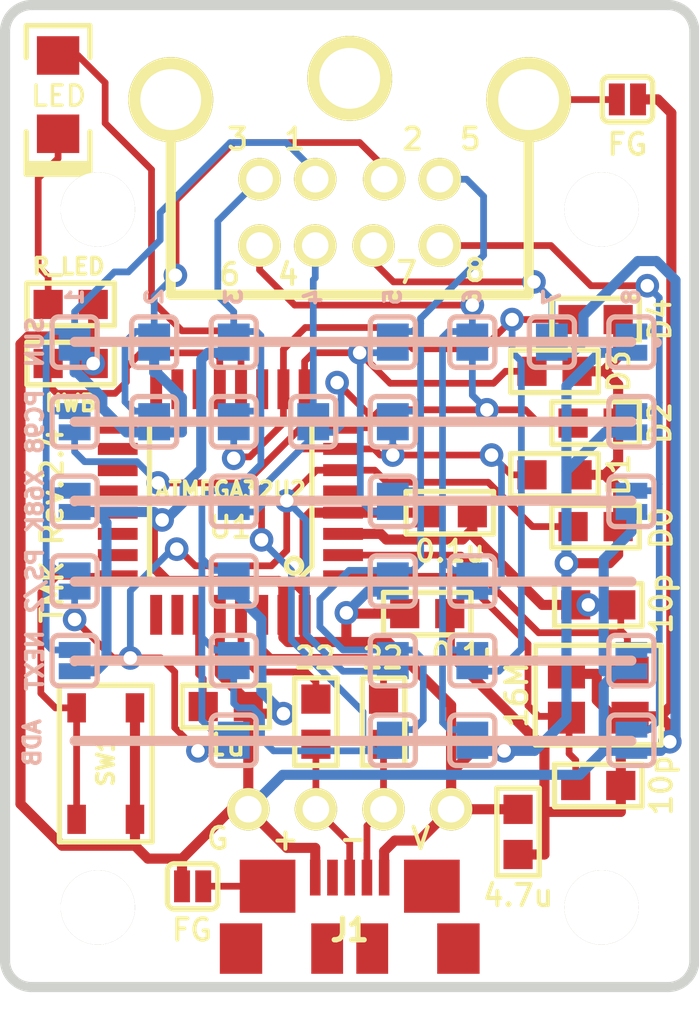
<source format=kicad_pcb>
(kicad_pcb (version 20171130) (host pcbnew "(5.1.12)-1")

  (general
    (thickness 1.6002)
    (drawings 60)
    (tracks 543)
    (zones 0)
    (modules 61)
    (nets 44)
  )

  (page A4)
  (title_block
    (title "Keyboard Protocol Converter")
    (date 2016/07)
    (rev 2.4)
    (company TMK)
  )

  (layers
    (0 Front signal)
    (31 Back signal)
    (32 B.Adhes user hide)
    (33 F.Adhes user hide)
    (34 B.Paste user hide)
    (35 F.Paste user hide)
    (36 B.SilkS user hide)
    (37 F.SilkS user hide)
    (38 B.Mask user hide)
    (39 F.Mask user hide)
    (40 Dwgs.User user hide)
    (41 Cmts.User user hide)
    (42 Eco1.User user hide)
    (43 Eco2.User user hide)
    (44 Edge.Cuts user)
  )

  (setup
    (last_trace_width 0.254)
    (user_trace_width 0.1524)
    (user_trace_width 0.2032)
    (user_trace_width 0.254)
    (user_trace_width 0.381)
    (trace_clearance 0.254)
    (zone_clearance 0.254)
    (zone_45_only yes)
    (trace_min 0.1524)
    (via_size 0.889)
    (via_drill 0.508)
    (via_min_size 0.762)
    (via_min_drill 0.3048)
    (uvia_size 0.635)
    (uvia_drill 0.3048)
    (uvias_allowed no)
    (uvia_min_size 0.635)
    (uvia_min_drill 0.127)
    (edge_width 0.381)
    (segment_width 0.381)
    (pcb_text_width 0.1524)
    (pcb_text_size 0.6096 0.6096)
    (mod_edge_width 0.2)
    (mod_text_size 0.6096 0.6096)
    (mod_text_width 0.1524)
    (pad_size 0.6 1.2)
    (pad_drill 0)
    (pad_to_mask_clearance 0.075)
    (solder_mask_min_width 0.15)
    (pad_to_paste_clearance -0.08)
    (aux_axis_origin 100 100)
    (visible_elements 7FFFFF7F)
    (pcbplotparams
      (layerselection 0x010fc_80000001)
      (usegerberextensions true)
      (usegerberattributes true)
      (usegerberadvancedattributes true)
      (creategerberjobfile true)
      (excludeedgelayer true)
      (linewidth 0.150000)
      (plotframeref false)
      (viasonmask false)
      (mode 1)
      (useauxorigin true)
      (hpglpennumber 1)
      (hpglpenspeed 20)
      (hpglpendiameter 15.000000)
      (psnegative false)
      (psa4output false)
      (plotreference true)
      (plotvalue true)
      (plotinvisibletext false)
      (padsonsilk false)
      (subtractmaskfromsilk false)
      (outputformat 1)
      (mirror false)
      (drillshape 0)
      (scaleselection 1)
      (outputdirectory "plot/rev2_3/"))
  )

  (net 0 "")
  (net 1 +5V)
  (net 2 /D+)
  (net 3 /D-)
  (net 4 /DIN1)
  (net 5 /DIN2)
  (net 6 /DIN3)
  (net 7 /DIN4)
  (net 8 /DIN5)
  (net 9 /DIN6)
  (net 10 /DIN7)
  (net 11 /DIN8)
  (net 12 /PB0)
  (net 13 /PB1)
  (net 14 /PB2)
  (net 15 /PB3)
  (net 16 /PB4)
  (net 17 /PB5)
  (net 18 /PB6)
  (net 19 /PB7)
  (net 20 /PC6)
  (net 21 /PC7)
  (net 22 /PD0)
  (net 23 /PD1)
  (net 24 /PD2)
  (net 25 /PD3)
  (net 26 /PD4)
  (net 27 /PD5)
  (net 28 /PD6)
  (net 29 /PD7)
  (net 30 /~RESET)
  (net 31 GND)
  (net 32 "Net-(C2-Pad1)")
  (net 33 "Net-(C5-Pad1)")
  (net 34 "Net-(C6-Pad1)")
  (net 35 "Net-(D1-Pad2)")
  (net 36 "Net-(R1-Pad1)")
  (net 37 "Net-(R2-Pad1)")
  (net 38 /PC2)
  (net 39 /PC4)
  (net 40 /PC5)
  (net 41 "Net-(J1-Pad4)")
  (net 42 "Net-(CN1-Pad9)")
  (net 43 "Net-(J1-Pad6)")

  (net_class Default "This is the default net class."
    (clearance 0.254)
    (trace_width 0.254)
    (via_dia 0.889)
    (via_drill 0.508)
    (uvia_dia 0.635)
    (uvia_drill 0.3048)
    (add_net /D+)
    (add_net /D-)
    (add_net /DIN1)
    (add_net /DIN2)
    (add_net /DIN3)
    (add_net /DIN4)
    (add_net /DIN5)
    (add_net /DIN6)
    (add_net /DIN7)
    (add_net /DIN8)
    (add_net /PB0)
    (add_net /PB1)
    (add_net /PB2)
    (add_net /PB3)
    (add_net /PB4)
    (add_net /PB5)
    (add_net /PB6)
    (add_net /PB7)
    (add_net /PC2)
    (add_net /PC4)
    (add_net /PC5)
    (add_net /PC6)
    (add_net /PC7)
    (add_net /PD0)
    (add_net /PD1)
    (add_net /PD2)
    (add_net /PD3)
    (add_net /PD4)
    (add_net /PD5)
    (add_net /PD6)
    (add_net /PD7)
    (add_net /~RESET)
    (add_net "Net-(C2-Pad1)")
    (add_net "Net-(C5-Pad1)")
    (add_net "Net-(C6-Pad1)")
    (add_net "Net-(CN1-Pad9)")
    (add_net "Net-(D1-Pad2)")
    (add_net "Net-(J1-Pad4)")
    (add_net "Net-(J1-Pad6)")
    (add_net "Net-(R1-Pad1)")
    (add_net "Net-(R2-Pad1)")
  )

  (net_class Min6mil ""
    (clearance 0.1524)
    (trace_width 0.1524)
    (via_dia 0.889)
    (via_drill 0.508)
    (uvia_dia 0.635)
    (uvia_drill 0.3048)
  )

  (net_class Min8mil ""
    (clearance 0.2032)
    (trace_width 0.2032)
    (via_dia 0.889)
    (via_drill 0.508)
    (uvia_dia 0.635)
    (uvia_drill 0.3048)
  )

  (net_class Power ""
    (clearance 0.254)
    (trace_width 0.381)
    (via_dia 0.889)
    (via_drill 0.508)
    (uvia_dia 0.635)
    (uvia_drill 0.3048)
    (add_net +5V)
    (add_net GND)
  )

  (module keyboard_parts:USB_microB (layer Front) (tedit 5778B02C) (tstamp 532D9F6C)
    (at 113 135.55)
    (descr "USB microB hirose ZX62R-B-5P")
    (tags "USB micorB hirose")
    (path /532D9CEB)
    (fp_text reference J1 (at 0 -0.6985) (layer F.SilkS)
      (effects (font (size 0.8128 0.8128) (thickness 0.2032)))
    )
    (fp_text value USB_mini_micro_B (at 0 0.22606) (layer F.SilkS) hide
      (effects (font (size 0.6 0.6) (thickness 0.15)))
    )
    (fp_line (start 3.75 2.15) (end 4.25 2.75) (layer Dwgs.User) (width 0.2))
    (fp_line (start -3.75 2.15) (end -4.25 2.675) (layer Dwgs.User) (width 0.2))
    (fp_line (start -3 1.45) (end 3 1.45) (layer Dwgs.User) (width 0.2))
    (fp_line (start -3.75 2.15) (end -3.75 1.35) (layer Dwgs.User) (width 0.2))
    (fp_line (start -3.75 2.15) (end 3.75 2.15) (layer Dwgs.User) (width 0.2))
    (fp_line (start 3.75 2.15) (end 3.75 1.35) (layer Dwgs.User) (width 0.2))
    (fp_text user "PCB edge" (at -0.05 1.45) (layer F.SilkS) hide
      (effects (font (size 0.5 0.5) (thickness 0.125)))
    )
    (pad 6 smd rect (at 0.85 0) (size 1.2 1.9) (layers Front F.Paste F.Mask))
    (pad 1 smd rect (at 1.29794 -2.67462 180) (size 0.4 1.35) (layers Front F.Paste F.Mask)
      (net 1 +5V) (clearance 0.1))
    (pad 6 smd rect (at -3.0988 -2.3495) (size 2.1 2) (layers Front F.Paste F.Mask)
      (net 43 "Net-(J1-Pad6)"))
    (pad 6 smd rect (at 3.0988 -2.3495) (size 2.1 2) (layers Front F.Paste F.Mask))
    (pad 6 smd rect (at -4.09956 0) (size 1.6 1.9) (layers Front F.Paste F.Mask))
    (pad 6 smd rect (at 4.09956 0) (size 1.6 1.9) (layers Front F.Paste F.Mask))
    (pad 2 smd rect (at 0.65024 -2.67462 180) (size 0.4 1.35) (layers Front F.Paste F.Mask)
      (net 3 /D-) (clearance 0.1))
    (pad 3 smd rect (at 0 -2.67462 180) (size 0.4 1.35) (layers Front F.Paste F.Mask)
      (net 2 /D+) (clearance 0.1))
    (pad 4 smd rect (at -0.65024 -2.67462 180) (size 0.4 1.35) (layers Front F.Paste F.Mask)
      (net 41 "Net-(J1-Pad4)") (clearance 0.1))
    (pad 5 smd rect (at -1.30048 -2.67462 180) (size 0.4 1.35) (layers Front F.Paste F.Mask)
      (net 31 GND) (clearance 0.1))
    (pad 6 smd rect (at -0.85 0) (size 1.2 1.9) (layers Front F.Paste F.Mask))
  )

  (module keyboard_parts:LED_3020_REFLOW (layer Front) (tedit 5609AB77) (tstamp 532BA075)
    (at 102 103.375 270)
    (descr "LED 0805 smd package")
    (tags "LED 0805 SMD")
    (path /51863503)
    (attr smd)
    (fp_text reference D1 (at 0 -2 270) (layer F.SilkS) hide
      (effects (font (size 0.8 0.8) (thickness 0.15)))
    )
    (fp_text value LED (at 0.05 -0.025) (layer F.SilkS)
      (effects (font (size 0.762 0.762) (thickness 0.127)))
    )
    (fp_line (start 2.9 -1.2) (end 2.9 1.2) (layer F.SilkS) (width 0.2))
    (fp_line (start 2.8 1.2) (end 2.8 -1.2) (layer F.SilkS) (width 0.2))
    (fp_line (start 2.7 -1.2) (end 2.7 1.2) (layer F.SilkS) (width 0.2))
    (fp_line (start -1.4 -1.2) (end -2.6 -1.2) (layer F.SilkS) (width 0.2))
    (fp_line (start -2.6 -1.2) (end -2.6 1.2) (layer F.SilkS) (width 0.2))
    (fp_line (start -2.6 1.2) (end -1.4 1.2) (layer F.SilkS) (width 0.2))
    (fp_line (start 2.6 -1.2) (end 2.6 1.2) (layer F.SilkS) (width 0.2))
    (fp_line (start 1.4 -1.2) (end 3 -1.2) (layer F.SilkS) (width 0.2))
    (fp_line (start 3 -1.2) (end 3 1.2) (layer F.SilkS) (width 0.2))
    (fp_line (start 3 1.2) (end 1.4 1.2) (layer F.SilkS) (width 0.2))
    (pad 1 smd rect (at -1.475 0 270) (size 1.45 1.6) (layers Front F.Paste F.Mask)
      (net 28 /PD6))
    (pad 2 smd rect (at 1.475 0 270) (size 1.45 1.6) (layers Front F.Paste F.Mask)
      (net 35 "Net-(D1-Pad2)"))
  )

  (module keyboard_parts:FA-238 (layer Front) (tedit 5778AAC5) (tstamp 532B9DB2)
    (at 122.375 126)
    (path /532E55A0)
    (fp_text reference X1 (at 0 2.55) (layer F.SilkS) hide
      (effects (font (size 0.8 0.8) (thickness 0.15)))
    )
    (fp_text value 16M (at -3.075 0 90) (layer F.SilkS)
      (effects (font (size 0.8 0.8) (thickness 0.15)))
    )
    (fp_line (start -2.375 1.875) (end -2.375 -1.875) (layer F.SilkS) (width 0.2))
    (fp_line (start -2.375 -1.875) (end 2.375 -1.875) (layer F.SilkS) (width 0.2))
    (fp_line (start 2.375 -1.875) (end 2.375 1.875) (layer F.SilkS) (width 0.2))
    (fp_line (start 2.375 1.875) (end -2.375 1.875) (layer F.SilkS) (width 0.2))
    (pad 3 smd rect (at -1.1 -0.8) (size 1.4 1.2) (drill (offset -0.1 -0.05)) (layers Front F.Paste F.Mask)
      (net 31 GND) (clearance 0.2))
    (pad 2 smd rect (at 1.1 -0.8) (size 1.4 1.2) (drill (offset 0.1 -0.05)) (layers Front F.Paste F.Mask)
      (net 34 "Net-(C6-Pad1)") (clearance 0.2))
    (pad 1 smd rect (at -1.1 0.8) (size 1.4 1.2) (drill (offset -0.1 0.05)) (layers Front F.Paste F.Mask)
      (net 33 "Net-(C5-Pad1)") (clearance 0.2))
    (pad 3 smd rect (at 1.1 0.8) (size 1.4 1.2) (drill (offset 0.1 0.05)) (layers Front F.Paste F.Mask)
      (net 31 GND) (clearance 0.2))
  )

  (module 000NewKeyboard_parts:QFP32 (layer Front) (tedit 53A6EB97) (tstamp 53A6C73E)
    (at 108.5 118.725 180)
    (path /53285BD5)
    (fp_text reference U1 (at 0 -0.95 180) (layer F.SilkS)
      (effects (font (size 0.8 0.8) (thickness 0.15)))
    )
    (fp_text value ATMEGA32U2 (at 0 0.45 180) (layer F.SilkS)
      (effects (font (size 0.6 0.6) (thickness 0.15)))
    )
    (fp_circle (center -2.4 -2.4) (end -2.175 -2.225) (layer F.SilkS) (width 0.2))
    (fp_line (start 3.05 -3.05) (end 3.05 3.025) (layer F.SilkS) (width 0.2))
    (fp_line (start 3.05 3.025) (end -3.075 3.025) (layer F.SilkS) (width 0.2))
    (fp_line (start -3.075 3.025) (end -3.075 -2.425) (layer F.SilkS) (width 0.2))
    (fp_line (start -3.075 -2.425) (end -2.425 -3.075) (layer F.SilkS) (width 0.2))
    (fp_line (start -2.425 -3.075) (end 3.05 -3.075) (layer F.SilkS) (width 0.2))
    (pad 8 smd rect (at -4.25 2.8 180) (size 1.5 0.45) (layers Front F.Paste F.Mask)
      (net 24 /PD2))
    (pad 7 smd rect (at -4.25 2 180) (size 1.5 0.45) (layers Front F.Paste F.Mask)
      (net 23 /PD1))
    (pad 6 smd rect (at -4.25 1.2 180) (size 1.5 0.45) (layers Front F.Paste F.Mask)
      (net 22 /PD0))
    (pad 5 smd rect (at -4.25 0.4 180) (size 1.5 0.45) (layers Front F.Paste F.Mask)
      (net 38 /PC2))
    (pad 4 smd rect (at -4.25 -0.4 180) (size 1.5 0.45) (layers Front F.Paste F.Mask)
      (net 1 +5V))
    (pad 3 smd rect (at -4.25 -1.2 180) (size 1.5 0.45) (layers Front F.Paste F.Mask)
      (net 31 GND))
    (pad 2 smd rect (at -4.25 -2 180) (size 1.5 0.45) (layers Front F.Paste F.Mask)
      (net 34 "Net-(C6-Pad1)"))
    (pad 1 smd rect (at -4.25 -2.8 180) (size 1.5 0.45) (layers Front F.Paste F.Mask)
      (net 33 "Net-(C5-Pad1)"))
    (pad 24 smd rect (at 4.25 -2.8 180) (size 1.5 0.45) (layers Front F.Paste F.Mask)
      (net 30 /~RESET))
    (pad 17 smd rect (at 4.25 2.8 180) (size 1.5 0.45) (layers Front F.Paste F.Mask)
      (net 15 /PB3))
    (pad 18 smd rect (at 4.25 2 180) (size 1.5 0.45) (layers Front F.Paste F.Mask)
      (net 16 /PB4))
    (pad 19 smd rect (at 4.25 1.2 180) (size 1.5 0.45) (layers Front F.Paste F.Mask)
      (net 17 /PB5))
    (pad 20 smd rect (at 4.25 0.4 180) (size 1.5 0.45) (layers Front F.Paste F.Mask)
      (net 18 /PB6))
    (pad 21 smd rect (at 4.25 -0.4 180) (size 1.5 0.45) (layers Front F.Paste F.Mask)
      (net 19 /PB7))
    (pad 22 smd rect (at 4.25 -1.2 180) (size 1.5 0.45) (layers Front F.Paste F.Mask)
      (net 21 /PC7))
    (pad 23 smd rect (at 4.25 -2 180) (size 1.5 0.45) (layers Front F.Paste F.Mask)
      (net 20 /PC6))
    (pad 32 smd rect (at -2.8 -4.25 180) (size 0.45 1.5) (layers Front F.Paste F.Mask)
      (net 1 +5V))
    (pad 31 smd rect (at -2 -4.25 180) (size 0.45 1.5) (layers Front F.Paste F.Mask)
      (net 1 +5V))
    (pad 30 smd rect (at -1.2 -4.25 180) (size 0.45 1.5) (layers Front F.Paste F.Mask)
      (net 36 "Net-(R1-Pad1)"))
    (pad 29 smd rect (at -0.4 -4.25 180) (size 0.45 1.5) (layers Front F.Paste F.Mask)
      (net 37 "Net-(R2-Pad1)"))
    (pad 28 smd rect (at 0.4 -4.25 180) (size 0.45 1.5) (layers Front F.Paste F.Mask)
      (net 31 GND))
    (pad 27 smd rect (at 1.2 -4.25 180) (size 0.45 1.5) (layers Front F.Paste F.Mask)
      (net 32 "Net-(C2-Pad1)"))
    (pad 26 smd rect (at 2 -4.25 180) (size 0.45 1.5) (layers Front F.Paste F.Mask)
      (net 39 /PC4))
    (pad 25 smd rect (at 2.8 -4.25 180) (size 0.45 1.5) (layers Front F.Paste F.Mask)
      (net 40 /PC5))
    (pad 9 smd rect (at -2.8 4.25 180) (size 0.45 1.5) (layers Front F.Paste F.Mask)
      (net 25 /PD3))
    (pad 10 smd rect (at -2 4.25 180) (size 0.45 1.5) (layers Front F.Paste F.Mask)
      (net 26 /PD4))
    (pad 11 smd rect (at -1.2 4.25 180) (size 0.45 1.5) (layers Front F.Paste F.Mask)
      (net 27 /PD5))
    (pad 12 smd rect (at -0.4 4.25 180) (size 0.45 1.5) (layers Front F.Paste F.Mask)
      (net 28 /PD6))
    (pad 13 smd rect (at 0.4 4.25 180) (size 0.45 1.5) (layers Front F.Paste F.Mask)
      (net 29 /PD7))
    (pad 14 smd rect (at 1.2 4.25 180) (size 0.45 1.5) (layers Front F.Paste F.Mask)
      (net 12 /PB0))
    (pad 15 smd rect (at 2 4.25 180) (size 0.45 1.5) (layers Front F.Paste F.Mask)
      (net 13 /PB1))
    (pad 16 smd rect (at 2.8 4.25 180) (size 0.45 1.5) (layers Front F.Paste F.Mask)
      (net 14 /PB2))
  )

  (module 000NewKeyboard_parts:SW_ALPS_SKRP (layer Front) (tedit 53A6D673) (tstamp 53A6E337)
    (at 103.8 128.58 90)
    (path /4EB8BB5F)
    (fp_text reference SW1 (at 0.08 0 90) (layer F.SilkS)
      (effects (font (size 0.6096 0.6096) (thickness 0.1524)))
    )
    (fp_text value SW_PUSH (at 0.03 0.25 90) (layer F.SilkS) hide
      (effects (font (size 0.8 0.8) (thickness 0.1524)))
    )
    (fp_line (start -2.95 -1.75) (end 2.95 -1.75) (layer F.SilkS) (width 0.2))
    (fp_line (start 2.95 -1.75) (end 2.95 1.75) (layer F.SilkS) (width 0.2))
    (fp_line (start 2.95 1.75) (end -2.95 1.75) (layer F.SilkS) (width 0.2))
    (fp_line (start -2.95 1.75) (end -2.95 -1.65) (layer F.SilkS) (width 0.2))
    (fp_line (start -2.95 -1.65) (end -2.95 -1.75) (layer F.SilkS) (width 0.2))
    (pad 2 smd rect (at 2.1 1.1 90) (size 1.1 0.7) (layers Front F.Paste F.Mask)
      (net 31 GND))
    (pad 2 smd rect (at -2.1 1.1 90) (size 1.1 0.7) (layers Front F.Paste F.Mask)
      (net 31 GND))
    (pad 1 smd rect (at -2.1 -1.1 90) (size 1.1 0.7) (layers Front F.Paste F.Mask)
      (net 30 /~RESET))
    (pad 1 smd rect (at 2.1 -1.1 90) (size 1.1 0.7) (layers Front F.Paste F.Mask)
      (net 30 /~RESET))
  )

  (module 000NewKeyboard_parts:C_1608 (layer Front) (tedit 5678DEC4) (tstamp 532BA0C3)
    (at 119.35 131.155 270)
    (descr "SMT, 1608, 0603")
    (tags "SMT, 1608, 0603")
    (path /4EB8BB66)
    (fp_text reference C1 (at 0 -1.45 270) (layer F.SilkS) hide
      (effects (font (size 0.8 0.8) (thickness 0.15)))
    )
    (fp_text value 4.7u (at 2.395 0) (layer F.SilkS)
      (effects (font (size 0.8 0.8) (thickness 0.15)))
    )
    (fp_line (start -1.65 -0.8) (end 1.65 -0.8) (layer F.SilkS) (width 0.2))
    (fp_line (start 1.65 -0.8) (end 1.65 0.8) (layer F.SilkS) (width 0.2))
    (fp_line (start 1.65 0.8) (end -1.65 0.8) (layer F.SilkS) (width 0.2))
    (fp_line (start -1.65 0.8) (end -1.65 -0.8) (layer F.SilkS) (width 0.2))
    (pad 2 smd rect (at 0.85 0 270) (size 1.1 1.1) (layers Front F.Paste F.Mask)
      (net 31 GND) (clearance 0.1))
    (pad 1 smd rect (at -0.85 0 270) (size 1.1 1.1) (layers Front F.Paste F.Mask)
      (net 1 +5V) (clearance 0.1))
    (model smd/capacitors/c_0603.wrl
      (at (xyz 0 0 0))
      (scale (xyz 1 1 1))
      (rotate (xyz 0 0 0))
    )
  )

  (module 000NewKeyboard_parts:R_1608 (layer Front) (tedit 53A6D0F4) (tstamp 532B9FDF)
    (at 120.725 113.8 180)
    (descr "SMT, 1608, 0603")
    (tags "SMT, 1608, 0603")
    (path /517F6DFA)
    (fp_text reference R13 (at 0.025 -1.575 180) (layer F.SilkS) hide
      (effects (font (size 0.8 0.8) (thickness 0.15)))
    )
    (fp_text value 1K (at 2.8 -0.025 180) (layer F.SilkS) hide
      (effects (font (size 0.8 0.8) (thickness 0.15)))
    )
    (fp_line (start -1.65 -0.8) (end 1.65 -0.8) (layer F.SilkS) (width 0.2))
    (fp_line (start 1.65 -0.8) (end 1.65 0.8) (layer F.SilkS) (width 0.2))
    (fp_line (start 1.65 0.8) (end -1.65 0.8) (layer F.SilkS) (width 0.2))
    (fp_line (start -1.65 0.8) (end -1.65 -0.8) (layer F.SilkS) (width 0.2))
    (pad 2 smd rect (at 0.85 0 180) (size 1.1 1.1) (layers Front F.Paste F.Mask)
      (net 25 /PD3) (clearance 0.1))
    (pad 1 smd rect (at -0.85 0 180) (size 1.1 1.1) (layers Front F.Paste F.Mask)
      (net 1 +5V) (clearance 0.1))
    (model smd/capacitors/c_0603.wrl
      (at (xyz 0 0 0))
      (scale (xyz 1 1 1))
      (rotate (xyz 0 0 0))
    )
  )

  (module 000NewKeyboard_parts:R_1608 (layer Front) (tedit 53A6D12B) (tstamp 532BA020)
    (at 102.475 113.505 180)
    (descr "SMT, 1608, 0603")
    (tags "SMT, 1608, 0603")
    (path /4EB8BB60)
    (fp_text reference R3 (at 0.025 -1.575 180) (layer F.SilkS) hide
      (effects (font (size 0.8 0.8) (thickness 0.15)))
    )
    (fp_text value 1k (at -2.825 -0.045 180) (layer F.SilkS) hide
      (effects (font (size 0.8 0.8) (thickness 0.15)))
    )
    (fp_line (start -1.65 -0.8) (end 1.65 -0.8) (layer F.SilkS) (width 0.2))
    (fp_line (start 1.65 -0.8) (end 1.65 0.8) (layer F.SilkS) (width 0.2))
    (fp_line (start 1.65 0.8) (end -1.65 0.8) (layer F.SilkS) (width 0.2))
    (fp_line (start -1.65 0.8) (end -1.65 -0.8) (layer F.SilkS) (width 0.2))
    (pad 2 smd rect (at 0.85 0 180) (size 1.1 1.1) (layers Front F.Paste F.Mask)
      (net 29 /PD7) (clearance 0.1))
    (pad 1 smd rect (at -0.85 0 180) (size 1.1 1.1) (layers Front F.Paste F.Mask)
      (net 31 GND) (clearance 0.1))
    (model smd/capacitors/c_0603.wrl
      (at (xyz 0 0 0))
      (scale (xyz 1 1 1))
      (rotate (xyz 0 0 0))
    )
  )

  (module 000NewKeyboard_parts:R_1608 (layer Front) (tedit 53A6EBB3) (tstamp 532D6E3A)
    (at 102.475 111.28)
    (descr "SMT, 1608, 0603")
    (tags "SMT, 1608, 0603")
    (path /51863512)
    (fp_text reference R4 (at 0.025 -1.575) (layer F.SilkS) hide
      (effects (font (size 0.8 0.8) (thickness 0.15)))
    )
    (fp_text value R_LED (at -0.075 -1.43) (layer F.SilkS)
      (effects (font (size 0.6 0.6) (thickness 0.15)))
    )
    (fp_line (start -1.65 -0.8) (end 1.65 -0.8) (layer F.SilkS) (width 0.2))
    (fp_line (start 1.65 -0.8) (end 1.65 0.8) (layer F.SilkS) (width 0.2))
    (fp_line (start 1.65 0.8) (end -1.65 0.8) (layer F.SilkS) (width 0.2))
    (fp_line (start -1.65 0.8) (end -1.65 -0.8) (layer F.SilkS) (width 0.2))
    (pad 2 smd rect (at 0.85 0) (size 1.1 1.1) (layers Front F.Paste F.Mask)
      (net 31 GND) (clearance 0.1))
    (pad 1 smd rect (at -0.85 0) (size 1.1 1.1) (layers Front F.Paste F.Mask)
      (net 35 "Net-(D1-Pad2)") (clearance 0.1))
    (model smd/capacitors/c_0603.wrl
      (at (xyz 0 0 0))
      (scale (xyz 1 1 1))
      (rotate (xyz 0 0 0))
    )
  )

  (module 000NewKeyboard_parts:R_1608 (layer Front) (tedit 53A6D103) (tstamp 532BA006)
    (at 122.275 119.65 180)
    (descr "SMT, 1608, 0603")
    (tags "SMT, 1608, 0603")
    (path /517F6E00)
    (fp_text reference R10 (at 0.025 -1.575 180) (layer F.SilkS) hide
      (effects (font (size 0.8 0.8) (thickness 0.15)))
    )
    (fp_text value 1K (at 2.8 -0.025 180) (layer F.SilkS) hide
      (effects (font (size 0.8 0.8) (thickness 0.15)))
    )
    (fp_line (start -1.65 -0.8) (end 1.65 -0.8) (layer F.SilkS) (width 0.2))
    (fp_line (start 1.65 -0.8) (end 1.65 0.8) (layer F.SilkS) (width 0.2))
    (fp_line (start 1.65 0.8) (end -1.65 0.8) (layer F.SilkS) (width 0.2))
    (fp_line (start -1.65 0.8) (end -1.65 -0.8) (layer F.SilkS) (width 0.2))
    (pad 2 smd rect (at 0.85 0 180) (size 1.1 1.1) (layers Front F.Paste F.Mask)
      (net 22 /PD0) (clearance 0.1))
    (pad 1 smd rect (at -0.85 0 180) (size 1.1 1.1) (layers Front F.Paste F.Mask)
      (net 1 +5V) (clearance 0.1))
    (model smd/capacitors/c_0603.wrl
      (at (xyz 0 0 0))
      (scale (xyz 1 1 1))
      (rotate (xyz 0 0 0))
    )
  )

  (module 000NewKeyboard_parts:R_1608 (layer Front) (tedit 53A6D0FE) (tstamp 532B9FF9)
    (at 120.725 117.7 180)
    (descr "SMT, 1608, 0603")
    (tags "SMT, 1608, 0603")
    (path /517F6DE2)
    (fp_text reference R11 (at 0.025 -1.575 180) (layer F.SilkS) hide
      (effects (font (size 0.8 0.8) (thickness 0.15)))
    )
    (fp_text value 1K (at 2.8 -0.025 180) (layer F.SilkS) hide
      (effects (font (size 0.8 0.8) (thickness 0.15)))
    )
    (fp_line (start -1.65 -0.8) (end 1.65 -0.8) (layer F.SilkS) (width 0.2))
    (fp_line (start 1.65 -0.8) (end 1.65 0.8) (layer F.SilkS) (width 0.2))
    (fp_line (start 1.65 0.8) (end -1.65 0.8) (layer F.SilkS) (width 0.2))
    (fp_line (start -1.65 0.8) (end -1.65 -0.8) (layer F.SilkS) (width 0.2))
    (pad 2 smd rect (at 0.85 0 180) (size 1.1 1.1) (layers Front F.Paste F.Mask)
      (net 23 /PD1) (clearance 0.1))
    (pad 1 smd rect (at -0.85 0 180) (size 1.1 1.1) (layers Front F.Paste F.Mask)
      (net 1 +5V) (clearance 0.1))
    (model smd/capacitors/c_0603.wrl
      (at (xyz 0 0 0))
      (scale (xyz 1 1 1))
      (rotate (xyz 0 0 0))
    )
  )

  (module 000NewKeyboard_parts:R_1608 (layer Front) (tedit 53A6D0F9) (tstamp 532B9FEC)
    (at 122.275 115.75 180)
    (descr "SMT, 1608, 0603")
    (tags "SMT, 1608, 0603")
    (path /517F6DF4)
    (fp_text reference R12 (at 0.025 -1.575 180) (layer F.SilkS) hide
      (effects (font (size 0.8 0.8) (thickness 0.15)))
    )
    (fp_text value 1K (at 2.8 -0.025 180) (layer F.SilkS) hide
      (effects (font (size 0.8 0.8) (thickness 0.15)))
    )
    (fp_line (start -1.65 -0.8) (end 1.65 -0.8) (layer F.SilkS) (width 0.2))
    (fp_line (start 1.65 -0.8) (end 1.65 0.8) (layer F.SilkS) (width 0.2))
    (fp_line (start 1.65 0.8) (end -1.65 0.8) (layer F.SilkS) (width 0.2))
    (fp_line (start -1.65 0.8) (end -1.65 -0.8) (layer F.SilkS) (width 0.2))
    (pad 2 smd rect (at 0.85 0 180) (size 1.1 1.1) (layers Front F.Paste F.Mask)
      (net 24 /PD2) (clearance 0.1))
    (pad 1 smd rect (at -0.85 0 180) (size 1.1 1.1) (layers Front F.Paste F.Mask)
      (net 1 +5V) (clearance 0.1))
    (model smd/capacitors/c_0603.wrl
      (at (xyz 0 0 0))
      (scale (xyz 1 1 1))
      (rotate (xyz 0 0 0))
    )
  )

  (module 000NewKeyboard_parts:R_1608 (layer Front) (tedit 53A6CFF9) (tstamp 533026C7)
    (at 114.275 127.005 270)
    (descr "SMT, 1608, 0603")
    (tags "SMT, 1608, 0603")
    (path /4EB8BB62)
    (fp_text reference R1 (at 0.025 -1.575 270) (layer F.SilkS) hide
      (effects (font (size 0.8 0.8) (thickness 0.15)))
    )
    (fp_text value 22 (at -2.405 0.025) (layer F.SilkS)
      (effects (font (size 0.8 0.8) (thickness 0.15)))
    )
    (fp_line (start -1.65 -0.8) (end 1.65 -0.8) (layer F.SilkS) (width 0.2))
    (fp_line (start 1.65 -0.8) (end 1.65 0.8) (layer F.SilkS) (width 0.2))
    (fp_line (start 1.65 0.8) (end -1.65 0.8) (layer F.SilkS) (width 0.2))
    (fp_line (start -1.65 0.8) (end -1.65 -0.8) (layer F.SilkS) (width 0.2))
    (pad 2 smd rect (at 0.85 0 270) (size 1.1 1.1) (layers Front F.Paste F.Mask)
      (net 3 /D-) (clearance 0.1))
    (pad 1 smd rect (at -0.85 0 270) (size 1.1 1.1) (layers Front F.Paste F.Mask)
      (net 36 "Net-(R1-Pad1)") (clearance 0.1))
    (model smd/capacitors/c_0603.wrl
      (at (xyz 0 0 0))
      (scale (xyz 1 1 1))
      (rotate (xyz 0 0 0))
    )
  )

  (module 000NewKeyboard_parts:R_1608 (layer Front) (tedit 53A6CFFF) (tstamp 533026BA)
    (at 111.725 127 270)
    (descr "SMT, 1608, 0603")
    (tags "SMT, 1608, 0603")
    (path /4EB8BB61)
    (fp_text reference R2 (at 0.025 -1.575 270) (layer F.SilkS) hide
      (effects (font (size 0.8 0.8) (thickness 0.15)))
    )
    (fp_text value 22 (at -2.4 0.025) (layer F.SilkS)
      (effects (font (size 0.8 0.8) (thickness 0.15)))
    )
    (fp_line (start -1.65 -0.8) (end 1.65 -0.8) (layer F.SilkS) (width 0.2))
    (fp_line (start 1.65 -0.8) (end 1.65 0.8) (layer F.SilkS) (width 0.2))
    (fp_line (start 1.65 0.8) (end -1.65 0.8) (layer F.SilkS) (width 0.2))
    (fp_line (start -1.65 0.8) (end -1.65 -0.8) (layer F.SilkS) (width 0.2))
    (pad 2 smd rect (at 0.85 0 270) (size 1.1 1.1) (layers Front F.Paste F.Mask)
      (net 2 /D+) (clearance 0.1))
    (pad 1 smd rect (at -0.85 0 270) (size 1.1 1.1) (layers Front F.Paste F.Mask)
      (net 37 "Net-(R2-Pad1)") (clearance 0.1))
    (model smd/capacitors/c_0603.wrl
      (at (xyz 0 0 0))
      (scale (xyz 1 1 1))
      (rotate (xyz 0 0 0))
    )
  )

  (module 000NewKeyboard_parts:R_1608 (layer Front) (tedit 53A6D0EE) (tstamp 532B9FD2)
    (at 122.275 111.85 180)
    (descr "SMT, 1608, 0603")
    (tags "SMT, 1608, 0603")
    (path /53293C8E)
    (fp_text reference R14 (at 0.025 -1.575 180) (layer F.SilkS) hide
      (effects (font (size 0.8 0.8) (thickness 0.15)))
    )
    (fp_text value 1K (at 2.8 -0.025 180) (layer F.SilkS) hide
      (effects (font (size 0.8 0.8) (thickness 0.15)))
    )
    (fp_line (start -1.65 -0.8) (end 1.65 -0.8) (layer F.SilkS) (width 0.2))
    (fp_line (start 1.65 -0.8) (end 1.65 0.8) (layer F.SilkS) (width 0.2))
    (fp_line (start 1.65 0.8) (end -1.65 0.8) (layer F.SilkS) (width 0.2))
    (fp_line (start -1.65 0.8) (end -1.65 -0.8) (layer F.SilkS) (width 0.2))
    (pad 2 smd rect (at 0.85 0 180) (size 1.1 1.1) (layers Front F.Paste F.Mask)
      (net 26 /PD4) (clearance 0.1))
    (pad 1 smd rect (at -0.85 0 180) (size 1.1 1.1) (layers Front F.Paste F.Mask)
      (net 1 +5V) (clearance 0.1))
    (model smd/capacitors/c_0603.wrl
      (at (xyz 0 0 0))
      (scale (xyz 1 1 1))
      (rotate (xyz 0 0 0))
    )
  )

  (module 000NewKeyboard_parts:SOLDER_JUMPER_2 (layer Back) (tedit 532C8E14) (tstamp 53301EC6)
    (at 123.625 127.7 270)
    (tags "solder jumper bridge configuration")
    (path /53292BEF)
    (attr virtual)
    (fp_text reference SJ30 (at 0 0 270) (layer B.SilkS) hide
      (effects (font (size 0.8 0.8) (thickness 0.15)) (justify mirror))
    )
    (fp_text value SOLDER_JUMPER (at 0 -1.65 270) (layer B.SilkS) hide
      (effects (font (size 0.8 0.8) (thickness 0.15)) (justify mirror))
    )
    (fp_line (start 0.95 0.6) (end 0.95 -0.55) (layer B.SilkS) (width 0.2))
    (fp_line (start -0.7 0.85) (end 0.7 0.85) (layer B.SilkS) (width 0.2))
    (fp_line (start -0.95 -0.6) (end -0.95 0.6) (layer B.SilkS) (width 0.2))
    (fp_line (start -0.65 -0.85) (end 0.65 -0.85) (layer B.SilkS) (width 0.2))
    (fp_arc (start -0.7 -0.6) (end -0.7 -0.85) (angle -90) (layer B.SilkS) (width 0.2))
    (fp_arc (start -0.7 0.6) (end -0.95 0.6) (angle -90) (layer B.SilkS) (width 0.2))
    (fp_arc (start 0.7 0.6) (end 0.7 0.85) (angle -90) (layer B.SilkS) (width 0.2))
    (fp_arc (start 0.7 -0.6) (end 0.95 -0.6) (angle -90) (layer B.SilkS) (width 0.2))
    (pad 2 smd rect (at 0.4 0 270) (size 0.6 1.2) (layers Back B.Paste B.Mask)
      (net 31 GND) (clearance 0.1))
    (pad 1 smd rect (at -0.4 0 270) (size 0.6 1.2) (layers Back B.Paste B.Mask)
      (net 11 /DIN8) (clearance 0.1))
  )

  (module 000NewKeyboard_parts:SOLDER_JUMPER_2 (layer Back) (tedit 532C8E0E) (tstamp 53301ED5)
    (at 123.625 124.7 270)
    (tags "solder jumper bridge configuration")
    (path /53292BD4)
    (attr virtual)
    (fp_text reference SJ29 (at 0 0 270) (layer B.SilkS) hide
      (effects (font (size 0.8 0.8) (thickness 0.15)) (justify mirror))
    )
    (fp_text value SOLDER_JUMPER (at 0 -1.65 270) (layer B.SilkS) hide
      (effects (font (size 0.8 0.8) (thickness 0.15)) (justify mirror))
    )
    (fp_line (start 0.95 0.6) (end 0.95 -0.55) (layer B.SilkS) (width 0.2))
    (fp_line (start -0.7 0.85) (end 0.7 0.85) (layer B.SilkS) (width 0.2))
    (fp_line (start -0.95 -0.6) (end -0.95 0.6) (layer B.SilkS) (width 0.2))
    (fp_line (start -0.65 -0.85) (end 0.65 -0.85) (layer B.SilkS) (width 0.2))
    (fp_arc (start -0.7 -0.6) (end -0.7 -0.85) (angle -90) (layer B.SilkS) (width 0.2))
    (fp_arc (start -0.7 0.6) (end -0.95 0.6) (angle -90) (layer B.SilkS) (width 0.2))
    (fp_arc (start 0.7 0.6) (end 0.7 0.85) (angle -90) (layer B.SilkS) (width 0.2))
    (fp_arc (start 0.7 -0.6) (end 0.95 -0.6) (angle -90) (layer B.SilkS) (width 0.2))
    (pad 2 smd rect (at 0.4 0 270) (size 0.6 1.2) (layers Back B.Paste B.Mask)
      (net 31 GND) (clearance 0.1))
    (pad 1 smd rect (at -0.4 0 270) (size 0.6 1.2) (layers Back B.Paste B.Mask)
      (net 11 /DIN8) (clearance 0.1))
  )

  (module 000NewKeyboard_parts:SOLDER_JUMPER_2 (layer Back) (tedit 532C8DF4) (tstamp 53301EE4)
    (at 123.625 118.7 270)
    (tags "solder jumper bridge configuration")
    (path /53292BC7)
    (attr virtual)
    (fp_text reference SJ28 (at 0 0 270) (layer B.SilkS) hide
      (effects (font (size 0.8 0.8) (thickness 0.15)) (justify mirror))
    )
    (fp_text value SOLDER_JUMPER (at 0 -1.65 270) (layer B.SilkS) hide
      (effects (font (size 0.8 0.8) (thickness 0.15)) (justify mirror))
    )
    (fp_line (start 0.95 0.6) (end 0.95 -0.55) (layer B.SilkS) (width 0.2))
    (fp_line (start -0.7 0.85) (end 0.7 0.85) (layer B.SilkS) (width 0.2))
    (fp_line (start -0.95 -0.6) (end -0.95 0.6) (layer B.SilkS) (width 0.2))
    (fp_line (start -0.65 -0.85) (end 0.65 -0.85) (layer B.SilkS) (width 0.2))
    (fp_arc (start -0.7 -0.6) (end -0.7 -0.85) (angle -90) (layer B.SilkS) (width 0.2))
    (fp_arc (start -0.7 0.6) (end -0.95 0.6) (angle -90) (layer B.SilkS) (width 0.2))
    (fp_arc (start 0.7 0.6) (end 0.7 0.85) (angle -90) (layer B.SilkS) (width 0.2))
    (fp_arc (start 0.7 -0.6) (end 0.95 -0.6) (angle -90) (layer B.SilkS) (width 0.2))
    (pad 2 smd rect (at 0.4 0 270) (size 0.6 1.2) (layers Back B.Paste B.Mask)
      (net 31 GND) (clearance 0.1))
    (pad 1 smd rect (at -0.4 0 270) (size 0.6 1.2) (layers Back B.Paste B.Mask)
      (net 11 /DIN8) (clearance 0.1))
  )

  (module 000NewKeyboard_parts:SOLDER_JUMPER_2 (layer Back) (tedit 532C8DC0) (tstamp 53301EF3)
    (at 123.625 115.7 270)
    (tags "solder jumper bridge configuration")
    (path /53292BC1)
    (attr virtual)
    (fp_text reference SJ27 (at 0 0 270) (layer B.SilkS) hide
      (effects (font (size 0.8 0.8) (thickness 0.15)) (justify mirror))
    )
    (fp_text value SOLDER_JUMPER (at 0 -1.65 270) (layer B.SilkS) hide
      (effects (font (size 0.8 0.8) (thickness 0.15)) (justify mirror))
    )
    (fp_line (start 0.95 0.6) (end 0.95 -0.55) (layer B.SilkS) (width 0.2))
    (fp_line (start -0.7 0.85) (end 0.7 0.85) (layer B.SilkS) (width 0.2))
    (fp_line (start -0.95 -0.6) (end -0.95 0.6) (layer B.SilkS) (width 0.2))
    (fp_line (start -0.65 -0.85) (end 0.65 -0.85) (layer B.SilkS) (width 0.2))
    (fp_arc (start -0.7 -0.6) (end -0.7 -0.85) (angle -90) (layer B.SilkS) (width 0.2))
    (fp_arc (start -0.7 0.6) (end -0.95 0.6) (angle -90) (layer B.SilkS) (width 0.2))
    (fp_arc (start 0.7 0.6) (end 0.7 0.85) (angle -90) (layer B.SilkS) (width 0.2))
    (fp_arc (start 0.7 -0.6) (end 0.95 -0.6) (angle -90) (layer B.SilkS) (width 0.2))
    (pad 2 smd rect (at 0.4 0 270) (size 0.6 1.2) (layers Back B.Paste B.Mask)
      (net 1 +5V) (clearance 0.1))
    (pad 1 smd rect (at -0.4 0 270) (size 0.6 1.2) (layers Back B.Paste B.Mask)
      (net 11 /DIN8) (clearance 0.1))
  )

  (module 000NewKeyboard_parts:SOLDER_JUMPER_2 (layer Back) (tedit 532C8DBB) (tstamp 53301F02)
    (at 123.625 112.7 270)
    (tags "solder jumper bridge configuration")
    (path /53293470)
    (attr virtual)
    (fp_text reference SJ26 (at 0 0 270) (layer B.SilkS) hide
      (effects (font (size 0.8 0.8) (thickness 0.15)) (justify mirror))
    )
    (fp_text value SOLDER_JUMPER (at 0 -1.65 270) (layer B.SilkS) hide
      (effects (font (size 0.8 0.8) (thickness 0.15)) (justify mirror))
    )
    (fp_line (start 0.95 0.6) (end 0.95 -0.55) (layer B.SilkS) (width 0.2))
    (fp_line (start -0.7 0.85) (end 0.7 0.85) (layer B.SilkS) (width 0.2))
    (fp_line (start -0.95 -0.6) (end -0.95 0.6) (layer B.SilkS) (width 0.2))
    (fp_line (start -0.65 -0.85) (end 0.65 -0.85) (layer B.SilkS) (width 0.2))
    (fp_arc (start -0.7 -0.6) (end -0.7 -0.85) (angle -90) (layer B.SilkS) (width 0.2))
    (fp_arc (start -0.7 0.6) (end -0.95 0.6) (angle -90) (layer B.SilkS) (width 0.2))
    (fp_arc (start 0.7 0.6) (end 0.7 0.85) (angle -90) (layer B.SilkS) (width 0.2))
    (fp_arc (start 0.7 -0.6) (end 0.95 -0.6) (angle -90) (layer B.SilkS) (width 0.2))
    (pad 2 smd rect (at 0.4 0 270) (size 0.6 1.2) (layers Back B.Paste B.Mask)
      (net 1 +5V) (clearance 0.1))
    (pad 1 smd rect (at -0.4 0 270) (size 0.6 1.2) (layers Back B.Paste B.Mask)
      (net 11 /DIN8) (clearance 0.1))
  )

  (module 000NewKeyboard_parts:SOLDER_JUMPER_2 (layer Back) (tedit 532C8DB1) (tstamp 53301F11)
    (at 120.625 112.7 270)
    (tags "solder jumper bridge configuration")
    (path /53293466)
    (attr virtual)
    (fp_text reference SJ25 (at 0 0 270) (layer B.SilkS) hide
      (effects (font (size 0.8 0.8) (thickness 0.15)) (justify mirror))
    )
    (fp_text value SOLDER_JUMPER (at 0 -1.65 270) (layer B.SilkS) hide
      (effects (font (size 0.8 0.8) (thickness 0.15)) (justify mirror))
    )
    (fp_line (start 0.95 0.6) (end 0.95 -0.55) (layer B.SilkS) (width 0.2))
    (fp_line (start -0.7 0.85) (end 0.7 0.85) (layer B.SilkS) (width 0.2))
    (fp_line (start -0.95 -0.6) (end -0.95 0.6) (layer B.SilkS) (width 0.2))
    (fp_line (start -0.65 -0.85) (end 0.65 -0.85) (layer B.SilkS) (width 0.2))
    (fp_arc (start -0.7 -0.6) (end -0.7 -0.85) (angle -90) (layer B.SilkS) (width 0.2))
    (fp_arc (start -0.7 0.6) (end -0.95 0.6) (angle -90) (layer B.SilkS) (width 0.2))
    (fp_arc (start 0.7 0.6) (end 0.7 0.85) (angle -90) (layer B.SilkS) (width 0.2))
    (fp_arc (start 0.7 -0.6) (end 0.95 -0.6) (angle -90) (layer B.SilkS) (width 0.2))
    (pad 2 smd rect (at 0.4 0 270) (size 0.6 1.2) (layers Back B.Paste B.Mask)
      (net 31 GND) (clearance 0.1))
    (pad 1 smd rect (at -0.4 0 270) (size 0.6 1.2) (layers Back B.Paste B.Mask)
      (net 10 /DIN7) (clearance 0.1))
  )

  (module 000NewKeyboard_parts:SOLDER_JUMPER_2 (layer Back) (tedit 532C8E17) (tstamp 53301F20)
    (at 117.625 127.7 270)
    (tags "solder jumper bridge configuration")
    (path /53292BA7)
    (attr virtual)
    (fp_text reference SJ24 (at 0 0 270) (layer B.SilkS) hide
      (effects (font (size 0.8 0.8) (thickness 0.15)) (justify mirror))
    )
    (fp_text value SOLDER_JUMPER (at 0 -1.65 270) (layer B.SilkS) hide
      (effects (font (size 0.8 0.8) (thickness 0.15)) (justify mirror))
    )
    (fp_line (start 0.95 0.6) (end 0.95 -0.55) (layer B.SilkS) (width 0.2))
    (fp_line (start -0.7 0.85) (end 0.7 0.85) (layer B.SilkS) (width 0.2))
    (fp_line (start -0.95 -0.6) (end -0.95 0.6) (layer B.SilkS) (width 0.2))
    (fp_line (start -0.65 -0.85) (end 0.65 -0.85) (layer B.SilkS) (width 0.2))
    (fp_arc (start -0.7 -0.6) (end -0.7 -0.85) (angle -90) (layer B.SilkS) (width 0.2))
    (fp_arc (start -0.7 0.6) (end -0.95 0.6) (angle -90) (layer B.SilkS) (width 0.2))
    (fp_arc (start 0.7 0.6) (end 0.7 0.85) (angle -90) (layer B.SilkS) (width 0.2))
    (fp_arc (start 0.7 -0.6) (end 0.95 -0.6) (angle -90) (layer B.SilkS) (width 0.2))
    (pad 2 smd rect (at 0.4 0 270) (size 0.6 1.2) (layers Back B.Paste B.Mask)
      (net 1 +5V) (clearance 0.1))
    (pad 1 smd rect (at -0.4 0 270) (size 0.6 1.2) (layers Back B.Paste B.Mask)
      (net 9 /DIN6) (clearance 0.1))
  )

  (module 000NewKeyboard_parts:SOLDER_JUMPER_2 (layer Back) (tedit 532C8E1D) (tstamp 53301F2F)
    (at 117.625 124.7 270)
    (tags "solder jumper bridge configuration")
    (path /53292B8C)
    (attr virtual)
    (fp_text reference SJ23 (at 0 0 270) (layer B.SilkS) hide
      (effects (font (size 0.8 0.8) (thickness 0.15)) (justify mirror))
    )
    (fp_text value SOLDER_JUMPER (at 0 -1.65 270) (layer B.SilkS) hide
      (effects (font (size 0.8 0.8) (thickness 0.15)) (justify mirror))
    )
    (fp_line (start 0.95 0.6) (end 0.95 -0.55) (layer B.SilkS) (width 0.2))
    (fp_line (start -0.7 0.85) (end 0.7 0.85) (layer B.SilkS) (width 0.2))
    (fp_line (start -0.95 -0.6) (end -0.95 0.6) (layer B.SilkS) (width 0.2))
    (fp_line (start -0.65 -0.85) (end 0.65 -0.85) (layer B.SilkS) (width 0.2))
    (fp_arc (start -0.7 -0.6) (end -0.7 -0.85) (angle -90) (layer B.SilkS) (width 0.2))
    (fp_arc (start -0.7 0.6) (end -0.95 0.6) (angle -90) (layer B.SilkS) (width 0.2))
    (fp_arc (start 0.7 0.6) (end 0.7 0.85) (angle -90) (layer B.SilkS) (width 0.2))
    (fp_arc (start 0.7 -0.6) (end 0.95 -0.6) (angle -90) (layer B.SilkS) (width 0.2))
    (pad 2 smd rect (at 0.4 0 270) (size 0.6 1.2) (layers Back B.Paste B.Mask)
      (net 26 /PD4) (clearance 0.1))
    (pad 1 smd rect (at -0.4 0 270) (size 0.6 1.2) (layers Back B.Paste B.Mask)
      (net 9 /DIN6) (clearance 0.1))
  )

  (module 000NewKeyboard_parts:SOLDER_JUMPER_2 (layer Back) (tedit 532C8E05) (tstamp 53301F3E)
    (at 117.625 121.7 270)
    (tags "solder jumper bridge configuration")
    (path /53292B85)
    (attr virtual)
    (fp_text reference SJ22 (at 0 0 270) (layer B.SilkS) hide
      (effects (font (size 0.8 0.8) (thickness 0.15)) (justify mirror))
    )
    (fp_text value SOLDER_JUMPER (at 0 -1.65 270) (layer B.SilkS) hide
      (effects (font (size 0.8 0.8) (thickness 0.15)) (justify mirror))
    )
    (fp_line (start 0.95 0.6) (end 0.95 -0.55) (layer B.SilkS) (width 0.2))
    (fp_line (start -0.7 0.85) (end 0.7 0.85) (layer B.SilkS) (width 0.2))
    (fp_line (start -0.95 -0.6) (end -0.95 0.6) (layer B.SilkS) (width 0.2))
    (fp_line (start -0.65 -0.85) (end 0.65 -0.85) (layer B.SilkS) (width 0.2))
    (fp_arc (start -0.7 -0.6) (end -0.7 -0.85) (angle -90) (layer B.SilkS) (width 0.2))
    (fp_arc (start -0.7 0.6) (end -0.95 0.6) (angle -90) (layer B.SilkS) (width 0.2))
    (fp_arc (start 0.7 0.6) (end 0.7 0.85) (angle -90) (layer B.SilkS) (width 0.2))
    (fp_arc (start 0.7 -0.6) (end 0.95 -0.6) (angle -90) (layer B.SilkS) (width 0.2))
    (pad 2 smd rect (at 0.4 0 270) (size 0.6 1.2) (layers Back B.Paste B.Mask)
      (net 23 /PD1) (clearance 0.1))
    (pad 1 smd rect (at -0.4 0 270) (size 0.6 1.2) (layers Back B.Paste B.Mask)
      (net 9 /DIN6) (clearance 0.1))
  )

  (module 000NewKeyboard_parts:SOLDER_JUMPER_2 (layer Back) (tedit 532C8DAD) (tstamp 53301F4D)
    (at 117.625 112.7 270)
    (tags "solder jumper bridge configuration")
    (path /5329345C)
    (attr virtual)
    (fp_text reference SJ21 (at 0 0 270) (layer B.SilkS) hide
      (effects (font (size 0.8 0.8) (thickness 0.15)) (justify mirror))
    )
    (fp_text value SOLDER_JUMPER (at 0 -1.65 270) (layer B.SilkS) hide
      (effects (font (size 0.8 0.8) (thickness 0.15)) (justify mirror))
    )
    (fp_line (start 0.95 0.6) (end 0.95 -0.55) (layer B.SilkS) (width 0.2))
    (fp_line (start -0.7 0.85) (end 0.7 0.85) (layer B.SilkS) (width 0.2))
    (fp_line (start -0.95 -0.6) (end -0.95 0.6) (layer B.SilkS) (width 0.2))
    (fp_line (start -0.65 -0.85) (end 0.65 -0.85) (layer B.SilkS) (width 0.2))
    (fp_arc (start -0.7 -0.6) (end -0.7 -0.85) (angle -90) (layer B.SilkS) (width 0.2))
    (fp_arc (start -0.7 0.6) (end -0.95 0.6) (angle -90) (layer B.SilkS) (width 0.2))
    (fp_arc (start 0.7 0.6) (end 0.7 0.85) (angle -90) (layer B.SilkS) (width 0.2))
    (fp_arc (start 0.7 -0.6) (end 0.95 -0.6) (angle -90) (layer B.SilkS) (width 0.2))
    (pad 2 smd rect (at 0.4 0 270) (size 0.6 1.2) (layers Back B.Paste B.Mask)
      (net 24 /PD2) (clearance 0.1))
    (pad 1 smd rect (at -0.4 0 270) (size 0.6 1.2) (layers Back B.Paste B.Mask)
      (net 9 /DIN6) (clearance 0.1))
  )

  (module 000NewKeyboard_parts:SOLDER_JUMPER_2 (layer Back) (tedit 532C8E2A) (tstamp 53301F5C)
    (at 114.625 127.7 270)
    (tags "solder jumper bridge configuration")
    (path /53292B68)
    (attr virtual)
    (fp_text reference SJ20 (at 0 0 270) (layer B.SilkS) hide
      (effects (font (size 0.8 0.8) (thickness 0.15)) (justify mirror))
    )
    (fp_text value SOLDER_JUMPER (at 0 -1.65 270) (layer B.SilkS) hide
      (effects (font (size 0.8 0.8) (thickness 0.15)) (justify mirror))
    )
    (fp_line (start 0.95 0.6) (end 0.95 -0.55) (layer B.SilkS) (width 0.2))
    (fp_line (start -0.7 0.85) (end 0.7 0.85) (layer B.SilkS) (width 0.2))
    (fp_line (start -0.95 -0.6) (end -0.95 0.6) (layer B.SilkS) (width 0.2))
    (fp_line (start -0.65 -0.85) (end 0.65 -0.85) (layer B.SilkS) (width 0.2))
    (fp_arc (start -0.7 -0.6) (end -0.7 -0.85) (angle -90) (layer B.SilkS) (width 0.2))
    (fp_arc (start -0.7 0.6) (end -0.95 0.6) (angle -90) (layer B.SilkS) (width 0.2))
    (fp_arc (start 0.7 0.6) (end 0.7 0.85) (angle -90) (layer B.SilkS) (width 0.2))
    (fp_arc (start 0.7 -0.6) (end 0.95 -0.6) (angle -90) (layer B.SilkS) (width 0.2))
    (pad 2 smd rect (at 0.4 0 270) (size 0.6 1.2) (layers Back B.Paste B.Mask)
      (net 23 /PD1) (clearance 0.1))
    (pad 1 smd rect (at -0.4 0 270) (size 0.6 1.2) (layers Back B.Paste B.Mask)
      (net 8 /DIN5) (clearance 0.1))
  )

  (module 000NewKeyboard_parts:SOLDER_JUMPER_2 (layer Back) (tedit 532C8E25) (tstamp 53301F6B)
    (at 114.625 124.7 270)
    (tags "solder jumper bridge configuration")
    (path /53292B4D)
    (attr virtual)
    (fp_text reference SJ19 (at 0 0 270) (layer B.SilkS) hide
      (effects (font (size 0.8 0.8) (thickness 0.15)) (justify mirror))
    )
    (fp_text value SOLDER_JUMPER (at 0 -1.65 270) (layer B.SilkS) hide
      (effects (font (size 0.8 0.8) (thickness 0.15)) (justify mirror))
    )
    (fp_line (start 0.95 0.6) (end 0.95 -0.55) (layer B.SilkS) (width 0.2))
    (fp_line (start -0.7 0.85) (end 0.7 0.85) (layer B.SilkS) (width 0.2))
    (fp_line (start -0.95 -0.6) (end -0.95 0.6) (layer B.SilkS) (width 0.2))
    (fp_line (start -0.65 -0.85) (end 0.65 -0.85) (layer B.SilkS) (width 0.2))
    (fp_arc (start -0.7 -0.6) (end -0.7 -0.85) (angle -90) (layer B.SilkS) (width 0.2))
    (fp_arc (start -0.7 0.6) (end -0.95 0.6) (angle -90) (layer B.SilkS) (width 0.2))
    (fp_arc (start 0.7 0.6) (end 0.7 0.85) (angle -90) (layer B.SilkS) (width 0.2))
    (fp_arc (start 0.7 -0.6) (end 0.95 -0.6) (angle -90) (layer B.SilkS) (width 0.2))
    (pad 2 smd rect (at 0.4 0 270) (size 0.6 1.2) (layers Back B.Paste B.Mask)
      (net 22 /PD0) (clearance 0.1))
    (pad 1 smd rect (at -0.4 0 270) (size 0.6 1.2) (layers Back B.Paste B.Mask)
      (net 8 /DIN5) (clearance 0.1))
  )

  (module 000NewKeyboard_parts:SOLDER_JUMPER_2 (layer Back) (tedit 532C8E02) (tstamp 53301F7A)
    (at 114.625 121.7 270)
    (tags "solder jumper bridge configuration")
    (path /53292B46)
    (attr virtual)
    (fp_text reference SJ18 (at 0 0 270) (layer B.SilkS) hide
      (effects (font (size 0.8 0.8) (thickness 0.15)) (justify mirror))
    )
    (fp_text value SOLDER_JUMPER (at 0 -1.65 270) (layer B.SilkS) hide
      (effects (font (size 0.8 0.8) (thickness 0.15)) (justify mirror))
    )
    (fp_line (start 0.95 0.6) (end 0.95 -0.55) (layer B.SilkS) (width 0.2))
    (fp_line (start -0.7 0.85) (end 0.7 0.85) (layer B.SilkS) (width 0.2))
    (fp_line (start -0.95 -0.6) (end -0.95 0.6) (layer B.SilkS) (width 0.2))
    (fp_line (start -0.65 -0.85) (end 0.65 -0.85) (layer B.SilkS) (width 0.2))
    (fp_arc (start -0.7 -0.6) (end -0.7 -0.85) (angle -90) (layer B.SilkS) (width 0.2))
    (fp_arc (start -0.7 0.6) (end -0.95 0.6) (angle -90) (layer B.SilkS) (width 0.2))
    (fp_arc (start 0.7 0.6) (end 0.7 0.85) (angle -90) (layer B.SilkS) (width 0.2))
    (fp_arc (start 0.7 -0.6) (end 0.95 -0.6) (angle -90) (layer B.SilkS) (width 0.2))
    (pad 2 smd rect (at 0.4 0 270) (size 0.6 1.2) (layers Back B.Paste B.Mask)
      (net 1 +5V) (clearance 0.1))
    (pad 1 smd rect (at -0.4 0 270) (size 0.6 1.2) (layers Back B.Paste B.Mask)
      (net 8 /DIN5) (clearance 0.1))
  )

  (module 000NewKeyboard_parts:SOLDER_JUMPER_2 (layer Back) (tedit 532C8DEF) (tstamp 53301F89)
    (at 114.625 118.7 270)
    (tags "solder jumper bridge configuration")
    (path /53292B40)
    (attr virtual)
    (fp_text reference SJ17 (at 0 0 270) (layer B.SilkS) hide
      (effects (font (size 0.8 0.8) (thickness 0.15)) (justify mirror))
    )
    (fp_text value SOLDER_JUMPER (at 0 -1.65 270) (layer B.SilkS) hide
      (effects (font (size 0.8 0.8) (thickness 0.15)) (justify mirror))
    )
    (fp_line (start 0.95 0.6) (end 0.95 -0.55) (layer B.SilkS) (width 0.2))
    (fp_line (start -0.7 0.85) (end 0.7 0.85) (layer B.SilkS) (width 0.2))
    (fp_line (start -0.95 -0.6) (end -0.95 0.6) (layer B.SilkS) (width 0.2))
    (fp_line (start -0.65 -0.85) (end 0.65 -0.85) (layer B.SilkS) (width 0.2))
    (fp_arc (start -0.7 -0.6) (end -0.7 -0.85) (angle -90) (layer B.SilkS) (width 0.2))
    (fp_arc (start -0.7 0.6) (end -0.95 0.6) (angle -90) (layer B.SilkS) (width 0.2))
    (fp_arc (start 0.7 0.6) (end 0.7 0.85) (angle -90) (layer B.SilkS) (width 0.2))
    (fp_arc (start 0.7 -0.6) (end 0.95 -0.6) (angle -90) (layer B.SilkS) (width 0.2))
    (pad 2 smd rect (at 0.4 0 270) (size 0.6 1.2) (layers Back B.Paste B.Mask)
      (net 25 /PD3) (clearance 0.1))
    (pad 1 smd rect (at -0.4 0 270) (size 0.6 1.2) (layers Back B.Paste B.Mask)
      (net 8 /DIN5) (clearance 0.1))
  )

  (module 000NewKeyboard_parts:SOLDER_JUMPER_2 (layer Back) (tedit 532C8DC4) (tstamp 53301F98)
    (at 114.625 115.7 270)
    (tags "solder jumper bridge configuration")
    (path /53292B3A)
    (attr virtual)
    (fp_text reference SJ16 (at 0 0 270) (layer B.SilkS) hide
      (effects (font (size 0.8 0.8) (thickness 0.15)) (justify mirror))
    )
    (fp_text value SOLDER_JUMPER (at 0 -1.65 270) (layer B.SilkS) hide
      (effects (font (size 0.8 0.8) (thickness 0.15)) (justify mirror))
    )
    (fp_line (start 0.95 0.6) (end 0.95 -0.55) (layer B.SilkS) (width 0.2))
    (fp_line (start -0.7 0.85) (end 0.7 0.85) (layer B.SilkS) (width 0.2))
    (fp_line (start -0.95 -0.6) (end -0.95 0.6) (layer B.SilkS) (width 0.2))
    (fp_line (start -0.65 -0.85) (end 0.65 -0.85) (layer B.SilkS) (width 0.2))
    (fp_arc (start -0.7 -0.6) (end -0.7 -0.85) (angle -90) (layer B.SilkS) (width 0.2))
    (fp_arc (start -0.7 0.6) (end -0.95 0.6) (angle -90) (layer B.SilkS) (width 0.2))
    (fp_arc (start 0.7 0.6) (end 0.7 0.85) (angle -90) (layer B.SilkS) (width 0.2))
    (fp_arc (start 0.7 -0.6) (end 0.95 -0.6) (angle -90) (layer B.SilkS) (width 0.2))
    (pad 2 smd rect (at 0.4 0 270) (size 0.6 1.2) (layers Back B.Paste B.Mask)
      (net 23 /PD1) (clearance 0.1))
    (pad 1 smd rect (at -0.4 0 270) (size 0.6 1.2) (layers Back B.Paste B.Mask)
      (net 8 /DIN5) (clearance 0.1))
  )

  (module 000NewKeyboard_parts:SOLDER_JUMPER_2 (layer Back) (tedit 532C8DA9) (tstamp 53301FA7)
    (at 114.625 112.7 270)
    (tags "solder jumper bridge configuration")
    (path /53293452)
    (attr virtual)
    (fp_text reference SJ15 (at 0 0 270) (layer B.SilkS) hide
      (effects (font (size 0.8 0.8) (thickness 0.15)) (justify mirror))
    )
    (fp_text value SOLDER_JUMPER (at 0 -1.65 270) (layer B.SilkS) hide
      (effects (font (size 0.8 0.8) (thickness 0.15)) (justify mirror))
    )
    (fp_line (start 0.95 0.6) (end 0.95 -0.55) (layer B.SilkS) (width 0.2))
    (fp_line (start -0.7 0.85) (end 0.7 0.85) (layer B.SilkS) (width 0.2))
    (fp_line (start -0.95 -0.6) (end -0.95 0.6) (layer B.SilkS) (width 0.2))
    (fp_line (start -0.65 -0.85) (end 0.65 -0.85) (layer B.SilkS) (width 0.2))
    (fp_arc (start -0.7 -0.6) (end -0.7 -0.85) (angle -90) (layer B.SilkS) (width 0.2))
    (fp_arc (start -0.7 0.6) (end -0.95 0.6) (angle -90) (layer B.SilkS) (width 0.2))
    (fp_arc (start 0.7 0.6) (end 0.7 0.85) (angle -90) (layer B.SilkS) (width 0.2))
    (fp_arc (start 0.7 -0.6) (end 0.95 -0.6) (angle -90) (layer B.SilkS) (width 0.2))
    (pad 2 smd rect (at 0.4 0 270) (size 0.6 1.2) (layers Back B.Paste B.Mask)
      (net 25 /PD3) (clearance 0.1))
    (pad 1 smd rect (at -0.4 0 270) (size 0.6 1.2) (layers Back B.Paste B.Mask)
      (net 8 /DIN5) (clearance 0.1))
  )

  (module 000NewKeyboard_parts:SOLDER_JUMPER_2 (layer Back) (tedit 532C8DC9) (tstamp 53301FB6)
    (at 111.625 115.7 270)
    (tags "solder jumper bridge configuration")
    (path /53292B2C)
    (attr virtual)
    (fp_text reference SJ14 (at 0 0 270) (layer B.SilkS) hide
      (effects (font (size 0.8 0.8) (thickness 0.15)) (justify mirror))
    )
    (fp_text value SOLDER_JUMPER (at 0 -1.65 270) (layer B.SilkS) hide
      (effects (font (size 0.8 0.8) (thickness 0.15)) (justify mirror))
    )
    (fp_line (start 0.95 0.6) (end 0.95 -0.55) (layer B.SilkS) (width 0.2))
    (fp_line (start -0.7 0.85) (end 0.7 0.85) (layer B.SilkS) (width 0.2))
    (fp_line (start -0.95 -0.6) (end -0.95 0.6) (layer B.SilkS) (width 0.2))
    (fp_line (start -0.65 -0.85) (end 0.65 -0.85) (layer B.SilkS) (width 0.2))
    (fp_arc (start -0.7 -0.6) (end -0.7 -0.85) (angle -90) (layer B.SilkS) (width 0.2))
    (fp_arc (start -0.7 0.6) (end -0.95 0.6) (angle -90) (layer B.SilkS) (width 0.2))
    (fp_arc (start 0.7 0.6) (end 0.7 0.85) (angle -90) (layer B.SilkS) (width 0.2))
    (fp_arc (start 0.7 -0.6) (end 0.95 -0.6) (angle -90) (layer B.SilkS) (width 0.2))
    (pad 2 smd rect (at 0.4 0 270) (size 0.6 1.2) (layers Back B.Paste B.Mask)
      (net 24 /PD2) (clearance 0.1))
    (pad 1 smd rect (at -0.4 0 270) (size 0.6 1.2) (layers Back B.Paste B.Mask)
      (net 7 /DIN4) (clearance 0.1))
  )

  (module 000NewKeyboard_parts:SOLDER_JUMPER_2 (layer Back) (tedit 532C8E35) (tstamp 532D6AA4)
    (at 108.625 127.7 270)
    (tags "solder jumper bridge configuration")
    (path /53292B1A)
    (attr virtual)
    (fp_text reference SJ13 (at 0 0 270) (layer B.SilkS) hide
      (effects (font (size 0.8 0.8) (thickness 0.15)) (justify mirror))
    )
    (fp_text value SOLDER_JUMPER (at 0 -1.65 270) (layer B.SilkS) hide
      (effects (font (size 0.8 0.8) (thickness 0.15)) (justify mirror))
    )
    (fp_line (start 0.95 0.6) (end 0.95 -0.55) (layer B.SilkS) (width 0.2))
    (fp_line (start -0.7 0.85) (end 0.7 0.85) (layer B.SilkS) (width 0.2))
    (fp_line (start -0.95 -0.6) (end -0.95 0.6) (layer B.SilkS) (width 0.2))
    (fp_line (start -0.65 -0.85) (end 0.65 -0.85) (layer B.SilkS) (width 0.2))
    (fp_arc (start -0.7 -0.6) (end -0.7 -0.85) (angle -90) (layer B.SilkS) (width 0.2))
    (fp_arc (start -0.7 0.6) (end -0.95 0.6) (angle -90) (layer B.SilkS) (width 0.2))
    (fp_arc (start 0.7 0.6) (end 0.7 0.85) (angle -90) (layer B.SilkS) (width 0.2))
    (fp_arc (start 0.7 -0.6) (end 0.95 -0.6) (angle -90) (layer B.SilkS) (width 0.2))
    (pad 2 smd rect (at 0.4 0 270) (size 0.6 1.2) (layers Back B.Paste B.Mask)
      (net 22 /PD0) (clearance 0.1))
    (pad 1 smd rect (at -0.4 0 270) (size 0.6 1.2) (layers Back B.Paste B.Mask)
      (net 6 /DIN3) (clearance 0.1))
  )

  (module 000NewKeyboard_parts:SOLDER_JUMPER_2 (layer Back) (tedit 532C8E2F) (tstamp 53301FD4)
    (at 108.625 124.7 270)
    (tags "solder jumper bridge configuration")
    (path /53292AFF)
    (attr virtual)
    (fp_text reference SJ12 (at 0 0 270) (layer B.SilkS) hide
      (effects (font (size 0.8 0.8) (thickness 0.15)) (justify mirror))
    )
    (fp_text value SOLDER_JUMPER (at 0 -1.65 270) (layer B.SilkS) hide
      (effects (font (size 0.8 0.8) (thickness 0.15)) (justify mirror))
    )
    (fp_line (start 0.95 0.6) (end 0.95 -0.55) (layer B.SilkS) (width 0.2))
    (fp_line (start -0.7 0.85) (end 0.7 0.85) (layer B.SilkS) (width 0.2))
    (fp_line (start -0.95 -0.6) (end -0.95 0.6) (layer B.SilkS) (width 0.2))
    (fp_line (start -0.65 -0.85) (end 0.65 -0.85) (layer B.SilkS) (width 0.2))
    (fp_arc (start -0.7 -0.6) (end -0.7 -0.85) (angle -90) (layer B.SilkS) (width 0.2))
    (fp_arc (start -0.7 0.6) (end -0.95 0.6) (angle -90) (layer B.SilkS) (width 0.2))
    (fp_arc (start 0.7 0.6) (end 0.7 0.85) (angle -90) (layer B.SilkS) (width 0.2))
    (fp_arc (start 0.7 -0.6) (end 0.95 -0.6) (angle -90) (layer B.SilkS) (width 0.2))
    (pad 2 smd rect (at 0.4 0 270) (size 0.6 1.2) (layers Back B.Paste B.Mask)
      (net 23 /PD1) (clearance 0.1))
    (pad 1 smd rect (at -0.4 0 270) (size 0.6 1.2) (layers Back B.Paste B.Mask)
      (net 6 /DIN3) (clearance 0.1))
  )

  (module 000NewKeyboard_parts:SOLDER_JUMPER_2 (layer Back) (tedit 532C8DFE) (tstamp 53301FE3)
    (at 108.625 121.7 270)
    (tags "solder jumper bridge configuration")
    (path /53292AF8)
    (attr virtual)
    (fp_text reference SJ11 (at 0 0 270) (layer B.SilkS) hide
      (effects (font (size 0.8 0.8) (thickness 0.15)) (justify mirror))
    )
    (fp_text value SOLDER_JUMPER (at 0 -1.65 270) (layer B.SilkS) hide
      (effects (font (size 0.8 0.8) (thickness 0.15)) (justify mirror))
    )
    (fp_line (start 0.95 0.6) (end 0.95 -0.55) (layer B.SilkS) (width 0.2))
    (fp_line (start -0.7 0.85) (end 0.7 0.85) (layer B.SilkS) (width 0.2))
    (fp_line (start -0.95 -0.6) (end -0.95 0.6) (layer B.SilkS) (width 0.2))
    (fp_line (start -0.65 -0.85) (end 0.65 -0.85) (layer B.SilkS) (width 0.2))
    (fp_arc (start -0.7 -0.6) (end -0.7 -0.85) (angle -90) (layer B.SilkS) (width 0.2))
    (fp_arc (start -0.7 0.6) (end -0.95 0.6) (angle -90) (layer B.SilkS) (width 0.2))
    (fp_arc (start 0.7 0.6) (end 0.7 0.85) (angle -90) (layer B.SilkS) (width 0.2))
    (fp_arc (start 0.7 -0.6) (end 0.95 -0.6) (angle -90) (layer B.SilkS) (width 0.2))
    (pad 2 smd rect (at 0.4 0 270) (size 0.6 1.2) (layers Back B.Paste B.Mask)
      (net 31 GND) (clearance 0.1))
    (pad 1 smd rect (at -0.4 0 270) (size 0.6 1.2) (layers Back B.Paste B.Mask)
      (net 6 /DIN3) (clearance 0.1))
  )

  (module 000NewKeyboard_parts:SOLDER_JUMPER_2 (layer Back) (tedit 532C8DEC) (tstamp 53301FF2)
    (at 108.625 118.7 270)
    (tags "solder jumper bridge configuration")
    (path /53292AF2)
    (attr virtual)
    (fp_text reference SJ10 (at 0 0 270) (layer B.SilkS) hide
      (effects (font (size 0.8 0.8) (thickness 0.15)) (justify mirror))
    )
    (fp_text value SOLDER_JUMPER (at 0 -1.65 270) (layer B.SilkS) hide
      (effects (font (size 0.8 0.8) (thickness 0.15)) (justify mirror))
    )
    (fp_line (start 0.95 0.6) (end 0.95 -0.55) (layer B.SilkS) (width 0.2))
    (fp_line (start -0.7 0.85) (end 0.7 0.85) (layer B.SilkS) (width 0.2))
    (fp_line (start -0.95 -0.6) (end -0.95 0.6) (layer B.SilkS) (width 0.2))
    (fp_line (start -0.65 -0.85) (end 0.65 -0.85) (layer B.SilkS) (width 0.2))
    (fp_arc (start -0.7 -0.6) (end -0.7 -0.85) (angle -90) (layer B.SilkS) (width 0.2))
    (fp_arc (start -0.7 0.6) (end -0.95 0.6) (angle -90) (layer B.SilkS) (width 0.2))
    (fp_arc (start 0.7 0.6) (end 0.7 0.85) (angle -90) (layer B.SilkS) (width 0.2))
    (fp_arc (start 0.7 -0.6) (end 0.95 -0.6) (angle -90) (layer B.SilkS) (width 0.2))
    (pad 2 smd rect (at 0.4 0 270) (size 0.6 1.2) (layers Back B.Paste B.Mask)
      (net 24 /PD2) (clearance 0.1))
    (pad 1 smd rect (at -0.4 0 270) (size 0.6 1.2) (layers Back B.Paste B.Mask)
      (net 6 /DIN3) (clearance 0.1))
  )

  (module 000NewKeyboard_parts:SOLDER_JUMPER_2 (layer Back) (tedit 532C8DD1) (tstamp 53302001)
    (at 108.625 115.7 270)
    (tags "solder jumper bridge configuration")
    (path /53292AEC)
    (attr virtual)
    (fp_text reference SJ9 (at 0 0 270) (layer B.SilkS) hide
      (effects (font (size 0.8 0.8) (thickness 0.15)) (justify mirror))
    )
    (fp_text value SOLDER_JUMPER (at 0 -1.65 270) (layer B.SilkS) hide
      (effects (font (size 0.8 0.8) (thickness 0.15)) (justify mirror))
    )
    (fp_line (start 0.95 0.6) (end 0.95 -0.55) (layer B.SilkS) (width 0.2))
    (fp_line (start -0.7 0.85) (end 0.7 0.85) (layer B.SilkS) (width 0.2))
    (fp_line (start -0.95 -0.6) (end -0.95 0.6) (layer B.SilkS) (width 0.2))
    (fp_line (start -0.65 -0.85) (end 0.65 -0.85) (layer B.SilkS) (width 0.2))
    (fp_arc (start -0.7 -0.6) (end -0.7 -0.85) (angle -90) (layer B.SilkS) (width 0.2))
    (fp_arc (start -0.7 0.6) (end -0.95 0.6) (angle -90) (layer B.SilkS) (width 0.2))
    (fp_arc (start 0.7 0.6) (end 0.7 0.85) (angle -90) (layer B.SilkS) (width 0.2))
    (fp_arc (start 0.7 -0.6) (end 0.95 -0.6) (angle -90) (layer B.SilkS) (width 0.2))
    (pad 2 smd rect (at 0.4 0 270) (size 0.6 1.2) (layers Back B.Paste B.Mask)
      (net 26 /PD4) (clearance 0.1))
    (pad 1 smd rect (at -0.4 0 270) (size 0.6 1.2) (layers Back B.Paste B.Mask)
      (net 6 /DIN3) (clearance 0.1))
  )

  (module 000NewKeyboard_parts:SOLDER_JUMPER_2 (layer Back) (tedit 532C8DA2) (tstamp 53302010)
    (at 108.625 112.7 270)
    (tags "solder jumper bridge configuration")
    (path /5329343E)
    (attr virtual)
    (fp_text reference SJ8 (at 0 0 270) (layer B.SilkS) hide
      (effects (font (size 0.8 0.8) (thickness 0.15)) (justify mirror))
    )
    (fp_text value SOLDER_JUMPER (at 0 -1.65 270) (layer B.SilkS) hide
      (effects (font (size 0.8 0.8) (thickness 0.15)) (justify mirror))
    )
    (fp_line (start 0.95 0.6) (end 0.95 -0.55) (layer B.SilkS) (width 0.2))
    (fp_line (start -0.7 0.85) (end 0.7 0.85) (layer B.SilkS) (width 0.2))
    (fp_line (start -0.95 -0.6) (end -0.95 0.6) (layer B.SilkS) (width 0.2))
    (fp_line (start -0.65 -0.85) (end 0.65 -0.85) (layer B.SilkS) (width 0.2))
    (fp_arc (start -0.7 -0.6) (end -0.7 -0.85) (angle -90) (layer B.SilkS) (width 0.2))
    (fp_arc (start -0.7 0.6) (end -0.95 0.6) (angle -90) (layer B.SilkS) (width 0.2))
    (fp_arc (start 0.7 0.6) (end 0.7 0.85) (angle -90) (layer B.SilkS) (width 0.2))
    (fp_arc (start 0.7 -0.6) (end 0.95 -0.6) (angle -90) (layer B.SilkS) (width 0.2))
    (pad 2 smd rect (at 0.4 0 270) (size 0.6 1.2) (layers Back B.Paste B.Mask)
      (net 1 +5V) (clearance 0.1))
    (pad 1 smd rect (at -0.4 0 270) (size 0.6 1.2) (layers Back B.Paste B.Mask)
      (net 6 /DIN3) (clearance 0.1))
  )

  (module 000NewKeyboard_parts:SOLDER_JUMPER_2 (layer Back) (tedit 532C8DD5) (tstamp 53302098)
    (at 105.625 115.7 270)
    (tags "solder jumper bridge configuration")
    (path /53292662)
    (attr virtual)
    (fp_text reference SJ7 (at 0 0 270) (layer B.SilkS) hide
      (effects (font (size 0.8 0.8) (thickness 0.15)) (justify mirror))
    )
    (fp_text value SOLDER_JUMPER (at 0 -1.65 270) (layer B.SilkS) hide
      (effects (font (size 0.8 0.8) (thickness 0.15)) (justify mirror))
    )
    (fp_line (start 0.95 0.6) (end 0.95 -0.55) (layer B.SilkS) (width 0.2))
    (fp_line (start -0.7 0.85) (end 0.7 0.85) (layer B.SilkS) (width 0.2))
    (fp_line (start -0.95 -0.6) (end -0.95 0.6) (layer B.SilkS) (width 0.2))
    (fp_line (start -0.65 -0.85) (end 0.65 -0.85) (layer B.SilkS) (width 0.2))
    (fp_arc (start -0.7 -0.6) (end -0.7 -0.85) (angle -90) (layer B.SilkS) (width 0.2))
    (fp_arc (start -0.7 0.6) (end -0.95 0.6) (angle -90) (layer B.SilkS) (width 0.2))
    (fp_arc (start 0.7 0.6) (end 0.7 0.85) (angle -90) (layer B.SilkS) (width 0.2))
    (fp_arc (start 0.7 -0.6) (end 0.95 -0.6) (angle -90) (layer B.SilkS) (width 0.2))
    (pad 2 smd rect (at 0.4 0 270) (size 0.6 1.2) (layers Back B.Paste B.Mask)
      (net 31 GND) (clearance 0.1))
    (pad 1 smd rect (at -0.4 0 270) (size 0.6 1.2) (layers Back B.Paste B.Mask)
      (net 5 /DIN2) (clearance 0.1))
  )

  (module 000NewKeyboard_parts:SOLDER_JUMPER_2 (layer Back) (tedit 532C8D9E) (tstamp 5330202E)
    (at 105.625 112.7 270)
    (tags "solder jumper bridge configuration")
    (path /53293434)
    (attr virtual)
    (fp_text reference SJ6 (at 0 0 270) (layer B.SilkS) hide
      (effects (font (size 0.8 0.8) (thickness 0.15)) (justify mirror))
    )
    (fp_text value SOLDER_JUMPER (at 0 -1.65 270) (layer B.SilkS) hide
      (effects (font (size 0.8 0.8) (thickness 0.15)) (justify mirror))
    )
    (fp_line (start 0.95 0.6) (end 0.95 -0.55) (layer B.SilkS) (width 0.2))
    (fp_line (start -0.7 0.85) (end 0.7 0.85) (layer B.SilkS) (width 0.2))
    (fp_line (start -0.95 -0.6) (end -0.95 0.6) (layer B.SilkS) (width 0.2))
    (fp_line (start -0.65 -0.85) (end 0.65 -0.85) (layer B.SilkS) (width 0.2))
    (fp_arc (start -0.7 -0.6) (end -0.7 -0.85) (angle -90) (layer B.SilkS) (width 0.2))
    (fp_arc (start -0.7 0.6) (end -0.95 0.6) (angle -90) (layer B.SilkS) (width 0.2))
    (fp_arc (start 0.7 0.6) (end 0.7 0.85) (angle -90) (layer B.SilkS) (width 0.2))
    (fp_arc (start 0.7 -0.6) (end 0.95 -0.6) (angle -90) (layer B.SilkS) (width 0.2))
    (pad 2 smd rect (at 0.4 0 270) (size 0.6 1.2) (layers Back B.Paste B.Mask)
      (net 31 GND) (clearance 0.1))
    (pad 1 smd rect (at -0.4 0 270) (size 0.6 1.2) (layers Back B.Paste B.Mask)
      (net 5 /DIN2) (clearance 0.1))
  )

  (module 000NewKeyboard_parts:SOLDER_JUMPER_2 (layer Back) (tedit 532C8E39) (tstamp 5330203D)
    (at 102.625 124.7 270)
    (tags "solder jumper bridge configuration")
    (path /532922BD)
    (attr virtual)
    (fp_text reference SJ5 (at 0 0 270) (layer B.SilkS) hide
      (effects (font (size 0.8 0.8) (thickness 0.15)) (justify mirror))
    )
    (fp_text value SOLDER_JUMPER (at 0 -1.65 270) (layer B.SilkS) hide
      (effects (font (size 0.8 0.8) (thickness 0.15)) (justify mirror))
    )
    (fp_line (start 0.95 0.6) (end 0.95 -0.55) (layer B.SilkS) (width 0.2))
    (fp_line (start -0.7 0.85) (end 0.7 0.85) (layer B.SilkS) (width 0.2))
    (fp_line (start -0.95 -0.6) (end -0.95 0.6) (layer B.SilkS) (width 0.2))
    (fp_line (start -0.65 -0.85) (end 0.65 -0.85) (layer B.SilkS) (width 0.2))
    (fp_arc (start -0.7 -0.6) (end -0.7 -0.85) (angle -90) (layer B.SilkS) (width 0.2))
    (fp_arc (start -0.7 0.6) (end -0.95 0.6) (angle -90) (layer B.SilkS) (width 0.2))
    (fp_arc (start 0.7 0.6) (end 0.7 0.85) (angle -90) (layer B.SilkS) (width 0.2))
    (fp_arc (start 0.7 -0.6) (end 0.95 -0.6) (angle -90) (layer B.SilkS) (width 0.2))
    (pad 2 smd rect (at 0.4 0 270) (size 0.6 1.2) (layers Back B.Paste B.Mask)
      (net 1 +5V) (clearance 0.1))
    (pad 1 smd rect (at -0.4 0 270) (size 0.6 1.2) (layers Back B.Paste B.Mask)
      (net 4 /DIN1) (clearance 0.1))
  )

  (module 000NewKeyboard_parts:SOLDER_JUMPER_2 (layer Back) (tedit 532C8DF9) (tstamp 5330204C)
    (at 102.625 121.7 270)
    (tags "solder jumper bridge configuration")
    (path /5329224B)
    (attr virtual)
    (fp_text reference SJ4 (at 0 0 270) (layer B.SilkS) hide
      (effects (font (size 0.8 0.8) (thickness 0.15)) (justify mirror))
    )
    (fp_text value SOLDER_JUMPER (at 0 -1.65 270) (layer B.SilkS) hide
      (effects (font (size 0.8 0.8) (thickness 0.15)) (justify mirror))
    )
    (fp_line (start 0.95 0.6) (end 0.95 -0.55) (layer B.SilkS) (width 0.2))
    (fp_line (start -0.7 0.85) (end 0.7 0.85) (layer B.SilkS) (width 0.2))
    (fp_line (start -0.95 -0.6) (end -0.95 0.6) (layer B.SilkS) (width 0.2))
    (fp_line (start -0.65 -0.85) (end 0.65 -0.85) (layer B.SilkS) (width 0.2))
    (fp_arc (start -0.7 -0.6) (end -0.7 -0.85) (angle -90) (layer B.SilkS) (width 0.2))
    (fp_arc (start -0.7 0.6) (end -0.95 0.6) (angle -90) (layer B.SilkS) (width 0.2))
    (fp_arc (start 0.7 0.6) (end 0.7 0.85) (angle -90) (layer B.SilkS) (width 0.2))
    (fp_arc (start 0.7 -0.6) (end 0.95 -0.6) (angle -90) (layer B.SilkS) (width 0.2))
    (pad 2 smd rect (at 0.4 0 270) (size 0.6 1.2) (layers Back B.Paste B.Mask)
      (net 22 /PD0) (clearance 0.1))
    (pad 1 smd rect (at -0.4 0 270) (size 0.6 1.2) (layers Back B.Paste B.Mask)
      (net 4 /DIN1) (clearance 0.1))
  )

  (module 000NewKeyboard_parts:SOLDER_JUMPER_2 (layer Back) (tedit 532C8DE5) (tstamp 5330205B)
    (at 102.625 118.7 270)
    (tags "solder jumper bridge configuration")
    (path /53292245)
    (attr virtual)
    (fp_text reference SJ3 (at 0 0 270) (layer B.SilkS) hide
      (effects (font (size 0.8 0.8) (thickness 0.15)) (justify mirror))
    )
    (fp_text value SOLDER_JUMPER (at 0 -1.65 270) (layer B.SilkS) hide
      (effects (font (size 0.8 0.8) (thickness 0.15)) (justify mirror))
    )
    (fp_line (start 0.95 0.6) (end 0.95 -0.55) (layer B.SilkS) (width 0.2))
    (fp_line (start -0.7 0.85) (end 0.7 0.85) (layer B.SilkS) (width 0.2))
    (fp_line (start -0.95 -0.6) (end -0.95 0.6) (layer B.SilkS) (width 0.2))
    (fp_line (start -0.65 -0.85) (end 0.65 -0.85) (layer B.SilkS) (width 0.2))
    (fp_arc (start -0.7 -0.6) (end -0.7 -0.85) (angle -90) (layer B.SilkS) (width 0.2))
    (fp_arc (start -0.7 0.6) (end -0.95 0.6) (angle -90) (layer B.SilkS) (width 0.2))
    (fp_arc (start 0.7 0.6) (end 0.7 0.85) (angle -90) (layer B.SilkS) (width 0.2))
    (fp_arc (start 0.7 -0.6) (end 0.95 -0.6) (angle -90) (layer B.SilkS) (width 0.2))
    (pad 2 smd rect (at 0.4 0 270) (size 0.6 1.2) (layers Back B.Paste B.Mask)
      (net 1 +5V) (clearance 0.1))
    (pad 1 smd rect (at -0.4 0 270) (size 0.6 1.2) (layers Back B.Paste B.Mask)
      (net 4 /DIN1) (clearance 0.1))
  )

  (module 000NewKeyboard_parts:SOLDER_JUMPER_2 (layer Back) (tedit 532C8DDC) (tstamp 5330206A)
    (at 102.625 115.7 270)
    (tags "solder jumper bridge configuration")
    (path /53292224)
    (attr virtual)
    (fp_text reference SJ2 (at 0 0 270) (layer B.SilkS) hide
      (effects (font (size 0.8 0.8) (thickness 0.15)) (justify mirror))
    )
    (fp_text value SOLDER_JUMPER (at 0 -1.65 270) (layer B.SilkS) hide
      (effects (font (size 0.8 0.8) (thickness 0.15)) (justify mirror))
    )
    (fp_line (start 0.95 0.6) (end 0.95 -0.55) (layer B.SilkS) (width 0.2))
    (fp_line (start -0.7 0.85) (end 0.7 0.85) (layer B.SilkS) (width 0.2))
    (fp_line (start -0.95 -0.6) (end -0.95 0.6) (layer B.SilkS) (width 0.2))
    (fp_line (start -0.65 -0.85) (end 0.65 -0.85) (layer B.SilkS) (width 0.2))
    (fp_arc (start -0.7 -0.6) (end -0.7 -0.85) (angle -90) (layer B.SilkS) (width 0.2))
    (fp_arc (start -0.7 0.6) (end -0.95 0.6) (angle -90) (layer B.SilkS) (width 0.2))
    (fp_arc (start 0.7 0.6) (end 0.7 0.85) (angle -90) (layer B.SilkS) (width 0.2))
    (fp_arc (start 0.7 -0.6) (end 0.95 -0.6) (angle -90) (layer B.SilkS) (width 0.2))
    (pad 2 smd rect (at 0.4 0 270) (size 0.6 1.2) (layers Back B.Paste B.Mask)
      (net 25 /PD3) (clearance 0.1))
    (pad 1 smd rect (at -0.4 0 270) (size 0.6 1.2) (layers Back B.Paste B.Mask)
      (net 4 /DIN1) (clearance 0.1))
  )

  (module 000NewKeyboard_parts:SOLDER_JUMPER_2 (layer Back) (tedit 532C8D97) (tstamp 53302079)
    (at 102.625 112.7 270)
    (tags "solder jumper bridge configuration")
    (path /5329342A)
    (attr virtual)
    (fp_text reference SJ1 (at 0 0 270) (layer B.SilkS) hide
      (effects (font (size 0.8 0.8) (thickness 0.15)) (justify mirror))
    )
    (fp_text value SOLDER_JUMPER (at 0 -1.65 270) (layer B.SilkS) hide
      (effects (font (size 0.8 0.8) (thickness 0.15)) (justify mirror))
    )
    (fp_line (start 0.95 0.6) (end 0.95 -0.55) (layer B.SilkS) (width 0.2))
    (fp_line (start -0.7 0.85) (end 0.7 0.85) (layer B.SilkS) (width 0.2))
    (fp_line (start -0.95 -0.6) (end -0.95 0.6) (layer B.SilkS) (width 0.2))
    (fp_line (start -0.65 -0.85) (end 0.65 -0.85) (layer B.SilkS) (width 0.2))
    (fp_arc (start -0.7 -0.6) (end -0.7 -0.85) (angle -90) (layer B.SilkS) (width 0.2))
    (fp_arc (start -0.7 0.6) (end -0.95 0.6) (angle -90) (layer B.SilkS) (width 0.2))
    (fp_arc (start 0.7 0.6) (end 0.7 0.85) (angle -90) (layer B.SilkS) (width 0.2))
    (fp_arc (start 0.7 -0.6) (end 0.95 -0.6) (angle -90) (layer B.SilkS) (width 0.2))
    (pad 2 smd rect (at 0.4 0 270) (size 0.6 1.2) (layers Back B.Paste B.Mask)
      (net 31 GND) (clearance 0.1))
    (pad 1 smd rect (at -0.4 0 270) (size 0.6 1.2) (layers Back B.Paste B.Mask)
      (net 4 /DIN1) (clearance 0.1))
  )

  (module HOLE_M2.6 (layer Front) (tedit 532E58E7) (tstamp 532B9DA7)
    (at 122.962 133.987)
    (fp_text reference HOLE_M2.6_4 (at 0 -4.5) (layer F.SilkS) hide
      (effects (font (size 1.524 1.524) (thickness 0.3048)))
    )
    (fp_text value VAL** (at 0.05 -7.25) (layer F.SilkS) hide
      (effects (font (size 1.524 1.524) (thickness 0.3048)))
    )
    (pad 1 thru_hole circle (at -0.4625 0.013) (size 2.8 2.8) (drill 2.8) (layers *.Cu *.Mask F.SilkS))
  )

  (module HOLE_M2.6 (layer Front) (tedit 532E57EC) (tstamp 0)
    (at 103.432 107.716)
    (fp_text reference HOLE_M2.6_3 (at 0 -4.5) (layer F.SilkS) hide
      (effects (font (size 1.524 1.524) (thickness 0.3048)))
    )
    (fp_text value VAL** (at 0.05 -7.25) (layer F.SilkS) hide
      (effects (font (size 1.524 1.524) (thickness 0.3048)))
    )
    (pad 1 thru_hole circle (at 0.0685 -0.0155) (size 2.8 2.8) (drill 2.8) (layers *.Cu *.Mask F.SilkS))
  )

  (module HOLE_M2.6 (layer Front) (tedit 0) (tstamp 532B9D9B)
    (at 122.862 107.716)
    (fp_text reference HOLE_M2.6_2 (at 0 -4.5) (layer F.SilkS) hide
      (effects (font (size 1.524 1.524) (thickness 0.3048)))
    )
    (fp_text value VAL** (at 0.05 -7.25) (layer F.SilkS) hide
      (effects (font (size 1.524 1.524) (thickness 0.3048)))
    )
    (pad 1 thru_hole circle (at -0.3625 -0.0155) (size 2.8 2.8) (drill 2.8) (layers *.Cu *.Mask F.SilkS))
  )

  (module HOLE_M2.6 (layer Front) (tedit 532E58DF) (tstamp 532B9D95)
    (at 103.532 133.987)
    (fp_text reference HOLE_M2.6 (at 0 -4.5) (layer F.SilkS) hide
      (effects (font (size 1.524 1.524) (thickness 0.3048)))
    )
    (fp_text value VAL** (at 0.05 -7.25) (layer F.SilkS) hide
      (effects (font (size 1.524 1.524) (thickness 0.3048)))
    )
    (pad 1 thru_hole circle (at -0.0315 0.013) (size 2.8 2.8) (drill 2.8) (layers *.Cu *.Mask F.SilkS))
  )

  (module 000NewKeyboard_parts:PIN_1 locked (layer Front) (tedit 53A6E260) (tstamp 532BA064)
    (at 116.825 130.3)
    (tags "CONN pin 1 circle")
    (path /517F625F)
    (fp_text reference P1 (at 0 0) (layer F.SilkS) hide
      (effects (font (size 0.8128 0.8128) (thickness 0.1524)))
    )
    (fp_text value CONN_1 (at 1.3 1.075) (layer F.SilkS) hide
      (effects (font (size 0.8 0.8) (thickness 0.15)))
    )
    (pad 1 thru_hole circle (at 0 0) (size 1.6 1.6) (drill 1) (layers *.Cu *.Mask F.SilkS)
      (net 1 +5V))
  )

  (module 000NewKeyboard_parts:PIN_1 locked (layer Front) (tedit 53A6E252) (tstamp 532BA7B2)
    (at 114.275 130.3)
    (tags "CONN pin 1 circle")
    (path /517F6275)
    (fp_text reference P2 (at 0 -0.025) (layer F.SilkS) hide
      (effects (font (size 0.8128 0.8128) (thickness 0.1524)))
    )
    (fp_text value CONN_1 (at 1.05 0.975) (layer F.SilkS) hide
      (effects (font (size 0.8 0.8) (thickness 0.15)))
    )
    (pad 1 thru_hole circle (at 0 0) (size 1.6 1.6) (drill 1) (layers *.Cu *.Mask F.SilkS)
      (net 3 /D-))
  )

  (module 000NewKeyboard_parts:PIN_1 locked (layer Front) (tedit 53A6E247) (tstamp 532BA058)
    (at 111.725 130.3)
    (tags "CONN pin 1 circle")
    (path /517F6290)
    (fp_text reference P3 (at 0 0) (layer F.SilkS) hide
      (effects (font (size 0.8128 0.8128) (thickness 0.1524)))
    )
    (fp_text value CONN_1 (at 1.025 0.975) (layer F.SilkS) hide
      (effects (font (size 0.8 0.8) (thickness 0.15)))
    )
    (pad 1 thru_hole circle (at 0 0) (size 1.6 1.6) (drill 1) (layers *.Cu *.Mask F.SilkS)
      (net 2 /D+))
  )

  (module 000NewKeyboard_parts:PIN_1 locked (layer Front) (tedit 53A6E232) (tstamp 532BA052)
    (at 109.175 130.3)
    (tags "CONN pin 1 circle")
    (path /517F629F)
    (fp_text reference P4 (at 0 0) (layer F.SilkS) hide
      (effects (font (size 0.8128 0.8128) (thickness 0.1524)))
    )
    (fp_text value CONN_1 (at 1.1 1.1) (layer F.SilkS) hide
      (effects (font (size 0.8 0.8) (thickness 0.15)))
    )
    (pad 1 thru_hole circle (at 0 0) (size 1.6 1.6) (drill 1) (layers *.Cu *.Mask F.SilkS)
      (net 31 GND))
  )

  (module 000NewKeyboard_parts:C_1608 (layer Front) (tedit 5678DEBF) (tstamp 532BA082)
    (at 122.375 122.6 180)
    (descr "SMT, 1608, 0603")
    (tags "SMT, 1608, 0603")
    (path /4EB8BB58)
    (fp_text reference C6 (at 0 -1.45 180) (layer F.SilkS) hide
      (effects (font (size 0.8 0.8) (thickness 0.15)))
    )
    (fp_text value 10p (at -2.375 0.05 270) (layer F.SilkS)
      (effects (font (size 0.8 0.8) (thickness 0.15)))
    )
    (fp_line (start -1.65 -0.8) (end 1.65 -0.8) (layer F.SilkS) (width 0.2))
    (fp_line (start 1.65 -0.8) (end 1.65 0.8) (layer F.SilkS) (width 0.2))
    (fp_line (start 1.65 0.8) (end -1.65 0.8) (layer F.SilkS) (width 0.2))
    (fp_line (start -1.65 0.8) (end -1.65 -0.8) (layer F.SilkS) (width 0.2))
    (pad 2 smd rect (at 0.85 0 180) (size 1.1 1.1) (layers Front F.Paste F.Mask)
      (net 31 GND) (clearance 0.1))
    (pad 1 smd rect (at -0.85 0 180) (size 1.1 1.1) (layers Front F.Paste F.Mask)
      (net 34 "Net-(C6-Pad1)") (clearance 0.1))
    (model smd/capacitors/c_0603.wrl
      (at (xyz 0 0 0))
      (scale (xyz 1 1 1))
      (rotate (xyz 0 0 0))
    )
  )

  (module 000NewKeyboard_parts:C_1608 (layer Front) (tedit 5678DEBB) (tstamp 532BA08F)
    (at 122.375 129.405)
    (descr "SMT, 1608, 0603")
    (tags "SMT, 1608, 0603")
    (path /4EB8BB59)
    (fp_text reference C5 (at 0 -1.45) (layer F.SilkS) hide
      (effects (font (size 0.8 0.8) (thickness 0.15)))
    )
    (fp_text value 10p (at 2.375 -0.005 90) (layer F.SilkS)
      (effects (font (size 0.8 0.8) (thickness 0.15)))
    )
    (fp_line (start -1.65 -0.8) (end 1.65 -0.8) (layer F.SilkS) (width 0.2))
    (fp_line (start 1.65 -0.8) (end 1.65 0.8) (layer F.SilkS) (width 0.2))
    (fp_line (start 1.65 0.8) (end -1.65 0.8) (layer F.SilkS) (width 0.2))
    (fp_line (start -1.65 0.8) (end -1.65 -0.8) (layer F.SilkS) (width 0.2))
    (pad 2 smd rect (at 0.85 0) (size 1.1 1.1) (layers Front F.Paste F.Mask)
      (net 31 GND) (clearance 0.1))
    (pad 1 smd rect (at -0.85 0) (size 1.1 1.1) (layers Front F.Paste F.Mask)
      (net 33 "Net-(C5-Pad1)") (clearance 0.1))
    (model smd/capacitors/c_0603.wrl
      (at (xyz 0 0 0))
      (scale (xyz 1 1 1))
      (rotate (xyz 0 0 0))
    )
  )

  (module 000NewKeyboard_parts:C_1608 (layer Front) (tedit 53A6D518) (tstamp 532BA0B6)
    (at 108.325 126.43)
    (descr "SMT, 1608, 0603")
    (tags "SMT, 1608, 0603")
    (path /4EB8BB67)
    (fp_text reference C2 (at 0 -1.45) (layer F.SilkS) hide
      (effects (font (size 0.8 0.8) (thickness 0.15)))
    )
    (fp_text value 1u (at 0 1.45) (layer F.SilkS)
      (effects (font (size 0.8 0.8) (thickness 0.15)))
    )
    (fp_line (start -1.65 -0.8) (end 1.65 -0.8) (layer F.SilkS) (width 0.2))
    (fp_line (start 1.65 -0.8) (end 1.65 0.8) (layer F.SilkS) (width 0.2))
    (fp_line (start 1.65 0.8) (end -1.65 0.8) (layer F.SilkS) (width 0.2))
    (fp_line (start -1.65 0.8) (end -1.65 -0.8) (layer F.SilkS) (width 0.2))
    (pad 2 smd rect (at 0.85 0) (size 1.1 1.1) (layers Front F.Paste F.Mask)
      (net 31 GND) (clearance 0.1))
    (pad 1 smd rect (at -0.85 0) (size 1.1 1.1) (layers Front F.Paste F.Mask)
      (net 32 "Net-(C2-Pad1)") (clearance 0.1))
    (model smd/capacitors/c_0603.wrl
      (at (xyz 0 0 0))
      (scale (xyz 1 1 1))
      (rotate (xyz 0 0 0))
    )
  )

  (module 000NewKeyboard_parts:C_1608 (layer Front) (tedit 53A6D518) (tstamp 532BA0A9)
    (at 116.775 119.13)
    (descr "SMT, 1608, 0603")
    (tags "SMT, 1608, 0603")
    (path /4EB8BB57)
    (fp_text reference C3 (at 0 -1.45) (layer F.SilkS) hide
      (effects (font (size 0.8 0.8) (thickness 0.15)))
    )
    (fp_text value 0.1u (at 0 1.45) (layer F.SilkS)
      (effects (font (size 0.8 0.8) (thickness 0.15)))
    )
    (fp_line (start -1.65 -0.8) (end 1.65 -0.8) (layer F.SilkS) (width 0.2))
    (fp_line (start 1.65 -0.8) (end 1.65 0.8) (layer F.SilkS) (width 0.2))
    (fp_line (start 1.65 0.8) (end -1.65 0.8) (layer F.SilkS) (width 0.2))
    (fp_line (start -1.65 0.8) (end -1.65 -0.8) (layer F.SilkS) (width 0.2))
    (pad 2 smd rect (at 0.85 0) (size 1.1 1.1) (layers Front F.Paste F.Mask)
      (net 31 GND) (clearance 0.1))
    (pad 1 smd rect (at -0.85 0) (size 1.1 1.1) (layers Front F.Paste F.Mask)
      (net 1 +5V) (clearance 0.1))
    (model smd/capacitors/c_0603.wrl
      (at (xyz 0 0 0))
      (scale (xyz 1 1 1))
      (rotate (xyz 0 0 0))
    )
  )

  (module 000NewKeyboard_parts:C_1608 (layer Front) (tedit 53A6D589) (tstamp 532BA09C)
    (at 115.925 122.93)
    (descr "SMT, 1608, 0603")
    (tags "SMT, 1608, 0603")
    (path /53287BEF)
    (fp_text reference C4 (at 0 -1.45) (layer F.SilkS) hide
      (effects (font (size 0.8 0.8) (thickness 0.15)))
    )
    (fp_text value 0.1u (at 1.475 1.52) (layer F.SilkS)
      (effects (font (size 0.8 0.8) (thickness 0.15)))
    )
    (fp_line (start -1.65 -0.8) (end 1.65 -0.8) (layer F.SilkS) (width 0.2))
    (fp_line (start 1.65 -0.8) (end 1.65 0.8) (layer F.SilkS) (width 0.2))
    (fp_line (start 1.65 0.8) (end -1.65 0.8) (layer F.SilkS) (width 0.2))
    (fp_line (start -1.65 0.8) (end -1.65 -0.8) (layer F.SilkS) (width 0.2))
    (pad 2 smd rect (at 0.85 0) (size 1.1 1.1) (layers Front F.Paste F.Mask)
      (net 31 GND) (clearance 0.1))
    (pad 1 smd rect (at -0.85 0) (size 1.1 1.1) (layers Front F.Paste F.Mask)
      (net 1 +5V) (clearance 0.1))
    (model smd/capacitors/c_0603.wrl
      (at (xyz 0 0 0))
      (scale (xyz 1 1 1))
      (rotate (xyz 0 0 0))
    )
  )

  (module 000NewKeyboard_parts:SOLDER_JUMPER_2 (layer Front) (tedit 5778B10D) (tstamp 53A6C624)
    (at 107.075 133.205)
    (tags "solder jumper bridge configuration")
    (path /53A52524)
    (attr virtual)
    (fp_text reference SJ98 (at 0 -1.7) (layer F.SilkS) hide
      (effects (font (size 0.8 0.8) (thickness 0.15)))
    )
    (fp_text value SOLDER_JUMPER (at 0 1.65) (layer F.SilkS) hide
      (effects (font (size 0.8 0.8) (thickness 0.15)))
    )
    (fp_line (start 0.95 -0.6) (end 0.95 0.55) (layer F.SilkS) (width 0.2))
    (fp_line (start -0.7 -0.85) (end 0.7 -0.85) (layer F.SilkS) (width 0.2))
    (fp_line (start -0.95 0.6) (end -0.95 -0.6) (layer F.SilkS) (width 0.2))
    (fp_line (start -0.65 0.85) (end 0.65 0.85) (layer F.SilkS) (width 0.2))
    (fp_arc (start -0.7 0.6) (end -0.7 0.85) (angle 90) (layer F.SilkS) (width 0.2))
    (fp_arc (start -0.7 -0.6) (end -0.95 -0.6) (angle 90) (layer F.SilkS) (width 0.2))
    (fp_arc (start 0.7 -0.6) (end 0.7 -0.85) (angle 90) (layer F.SilkS) (width 0.2))
    (fp_arc (start 0.7 0.6) (end 0.95 0.6) (angle 90) (layer F.SilkS) (width 0.2))
    (pad 2 smd rect (at 0.4 0) (size 0.6 1.2) (layers Front F.Mask)
      (net 43 "Net-(J1-Pad6)") (clearance 0.1))
    (pad 1 smd rect (at -0.4 0) (size 0.6 1.2) (layers Front F.Mask)
      (net 31 GND) (clearance 0.1))
  )

  (module 000NewKeyboard_parts:SOLDER_JUMPER_2 (layer Front) (tedit 5778B11C) (tstamp 53A6C713)
    (at 123.475 103.555)
    (tags "solder jumper bridge configuration")
    (path /53A52D85)
    (attr virtual)
    (fp_text reference SJ99 (at 0 -1.7) (layer F.SilkS) hide
      (effects (font (size 0.8 0.8) (thickness 0.15)))
    )
    (fp_text value SOLDER_JUMPER (at 0 1.65) (layer F.SilkS) hide
      (effects (font (size 0.8 0.8) (thickness 0.15)))
    )
    (fp_line (start 0.95 -0.6) (end 0.95 0.55) (layer F.SilkS) (width 0.2))
    (fp_line (start -0.7 -0.85) (end 0.7 -0.85) (layer F.SilkS) (width 0.2))
    (fp_line (start -0.95 0.6) (end -0.95 -0.6) (layer F.SilkS) (width 0.2))
    (fp_line (start -0.65 0.85) (end 0.65 0.85) (layer F.SilkS) (width 0.2))
    (fp_arc (start -0.7 0.6) (end -0.7 0.85) (angle 90) (layer F.SilkS) (width 0.2))
    (fp_arc (start -0.7 -0.6) (end -0.95 -0.6) (angle 90) (layer F.SilkS) (width 0.2))
    (fp_arc (start 0.7 -0.6) (end 0.7 -0.85) (angle 90) (layer F.SilkS) (width 0.2))
    (fp_arc (start 0.7 0.6) (end 0.95 0.6) (angle 90) (layer F.SilkS) (width 0.2))
    (pad 2 smd rect (at 0.4 0) (size 0.6 1.2) (layers Front F.Mask)
      (net 31 GND) (clearance 0.1))
    (pad 1 smd rect (at -0.4 0) (size 0.6 1.2) (layers Front F.Mask)
      (net 42 "Net-(CN1-Pad9)") (clearance 0.1))
  )

  (module 000NewKeyboard_parts:MINI_DIN_8 (layer Front) (tedit 5609C959) (tstamp 532B9B84)
    (at 113 102.762)
    (path /53293114)
    (fp_text reference CN1 (at 3.175 0.8875) (layer F.SilkS) hide
      (effects (font (size 0.8128 0.8128) (thickness 0.2032)))
    )
    (fp_text value MINI_DIN_8P_JACK (at 0 -6.10108) (layer F.SilkS) hide
      (effects (font (size 1.524 1.524) (thickness 0.3048)))
    )
    (fp_line (start -6.75 0.8) (end -6.75 8.15) (layer F.SilkS) (width 0.381))
    (fp_line (start 6.75 0.8) (end 6.75 8.15) (layer F.SilkS) (width 0.381))
    (fp_line (start -6.75 8.15) (end 6.75 8.15) (layer F.SilkS) (width 0.381))
    (pad 3 thru_hole circle (at -3.4 3.8 180) (size 1.6 1.6) (drill 1) (layers *.Cu *.Mask F.SilkS)
      (net 6 /DIN3))
    (pad 5 thru_hole circle (at 3.4 3.8 180) (size 1.6 1.6) (drill 1) (layers *.Cu *.Mask F.SilkS)
      (net 8 /DIN5))
    (pad 6 thru_hole circle (at -3.4 6.3 180) (size 1.6 1.6) (drill 1) (layers *.Cu *.Mask F.SilkS)
      (net 9 /DIN6))
    (pad 8 thru_hole circle (at 3.4 6.3 180) (size 1.6 1.6) (drill 1) (layers *.Cu *.Mask F.SilkS)
      (net 11 /DIN8))
    (pad 9 thru_hole circle (at 0 0 180) (size 3.2 3.2) (drill 2.29) (layers *.Cu *.Mask F.SilkS))
    (pad 9 thru_hole circle (at -6.75 0.8 180) (size 3.2 3.2) (drill 2.29) (layers *.Cu *.Mask F.SilkS))
    (pad 9 thru_hole circle (at 6.75 0.8 180) (size 3.2 3.2) (drill 2.29) (layers *.Cu *.Mask F.SilkS)
      (net 42 "Net-(CN1-Pad9)") (zone_connect 0) (thermal_gap 0.254))
    (pad 1 thru_hole circle (at -1.3 3.8 180) (size 1.6 1.6) (drill 1) (layers *.Cu *.Mask F.SilkS)
      (net 4 /DIN1))
    (pad 2 thru_hole circle (at 1.3 3.8 180) (size 1.6 1.6) (drill 1) (layers *.Cu *.Mask F.SilkS)
      (net 5 /DIN2))
    (pad 4 thru_hole circle (at -1.3 6.3 180) (size 1.6 1.6) (drill 1) (layers *.Cu *.Mask F.SilkS)
      (net 7 /DIN4))
    (pad 7 thru_hole circle (at 0.9 6.3 180) (size 1.6 1.6) (drill 1) (layers *.Cu *.Mask F.SilkS)
      (net 10 /DIN7))
  )

  (dimension 7.7 (width 0.1524) (layer Dwgs.User)
    (gr_text "7.700 mm" (at 135.2096 103.85 90) (layer Dwgs.User)
      (effects (font (size 0.6096 0.6096) (thickness 0.1524)))
    )
    (feature1 (pts (xy 122.5 100) (xy 135.8192 100)))
    (feature2 (pts (xy 122.5 107.7) (xy 135.8192 107.7)))
    (crossbar (pts (xy 134.6 107.7) (xy 134.6 100)))
    (arrow1a (pts (xy 134.6 100) (xy 135.186421 101.126504)))
    (arrow1b (pts (xy 134.6 100) (xy 134.013579 101.126504)))
    (arrow2a (pts (xy 134.6 107.7) (xy 135.186421 106.573496)))
    (arrow2b (pts (xy 134.6 107.7) (xy 134.013579 106.573496)))
  )
  (dimension 3.5 (width 0.1524) (layer Dwgs.User)
    (gr_text "3.500 mm" (at 124.25 139.8096) (layer Dwgs.User)
      (effects (font (size 0.6096 0.6096) (thickness 0.1524)))
    )
    (feature1 (pts (xy 126 134) (xy 126 140.4192)))
    (feature2 (pts (xy 122.5 134) (xy 122.5 140.4192)))
    (crossbar (pts (xy 122.5 139.2) (xy 126 139.2)))
    (arrow1a (pts (xy 126 139.2) (xy 124.873496 139.786421)))
    (arrow1b (pts (xy 126 139.2) (xy 124.873496 138.613579)))
    (arrow2a (pts (xy 122.5 139.2) (xy 123.626504 139.786421)))
    (arrow2b (pts (xy 122.5 139.2) (xy 123.626504 138.613579)))
  )
  (dimension 19 (width 0.1524) (layer Dwgs.User)
    (gr_text "19.000 mm" (at 113 141.8096) (layer Dwgs.User)
      (effects (font (size 0.6096 0.6096) (thickness 0.1524)))
    )
    (feature1 (pts (xy 122.5 134) (xy 122.5 142.4192)))
    (feature2 (pts (xy 103.5 134) (xy 103.5 142.4192)))
    (crossbar (pts (xy 103.5 141.2) (xy 122.5 141.2)))
    (arrow1a (pts (xy 122.5 141.2) (xy 121.373496 141.786421)))
    (arrow1b (pts (xy 122.5 141.2) (xy 121.373496 140.613579)))
    (arrow2a (pts (xy 103.5 141.2) (xy 104.626504 141.786421)))
    (arrow2b (pts (xy 103.5 141.2) (xy 104.626504 140.613579)))
  )
  (dimension 3 (width 0.1524) (layer Dwgs.User)
    (gr_text "3.000 mm" (at 134.6096 135.5 270) (layer Dwgs.User)
      (effects (font (size 0.6096 0.6096) (thickness 0.1524)))
    )
    (feature1 (pts (xy 122.5 137) (xy 135.2192 137)))
    (feature2 (pts (xy 122.5 134) (xy 135.2192 134)))
    (crossbar (pts (xy 134 134) (xy 134 137)))
    (arrow1a (pts (xy 134 137) (xy 133.413579 135.873496)))
    (arrow1b (pts (xy 134 137) (xy 134.586421 135.873496)))
    (arrow2a (pts (xy 134 134) (xy 133.413579 135.126504)))
    (arrow2b (pts (xy 134 134) (xy 134.586421 135.126504)))
  )
  (dimension 26.3 (width 0.1524) (layer Dwgs.User)
    (gr_text "26.300 mm" (at 130.9096 120.85 270) (layer Dwgs.User)
      (effects (font (size 0.6096 0.6096) (thickness 0.1524)))
    )
    (feature1 (pts (xy 122.5 134) (xy 131.5192 134)))
    (feature2 (pts (xy 122.5 107.7) (xy 131.5192 107.7)))
    (crossbar (pts (xy 130.3 107.7) (xy 130.3 134)))
    (arrow1a (pts (xy 130.3 134) (xy 129.713579 132.873496)))
    (arrow1b (pts (xy 130.3 134) (xy 130.886421 132.873496)))
    (arrow2a (pts (xy 130.3 107.7) (xy 129.713579 108.826504)))
    (arrow2b (pts (xy 130.3 107.7) (xy 130.886421 108.826504)))
  )
  (dimension 19 (width 0.1524) (layer Dwgs.User)
    (gr_text "19.000 mm" (at 113 90.4904) (layer Dwgs.User)
      (effects (font (size 0.6096 0.6096) (thickness 0.1524)))
    )
    (feature1 (pts (xy 103.5 107.7) (xy 103.5 89.8808)))
    (feature2 (pts (xy 122.5 107.7) (xy 122.5 89.8808)))
    (crossbar (pts (xy 122.5 91.1) (xy 103.5 91.1)))
    (arrow1a (pts (xy 103.5 91.1) (xy 104.626504 90.513579)))
    (arrow1b (pts (xy 103.5 91.1) (xy 104.626504 91.686421)))
    (arrow2a (pts (xy 122.5 91.1) (xy 121.373496 90.513579)))
    (arrow2b (pts (xy 122.5 91.1) (xy 121.373496 91.686421)))
  )
  (dimension 37 (width 0.1524) (layer Dwgs.User)
    (gr_text "37.000 mm" (at 97.0154 118.5 90) (layer Dwgs.User)
      (effects (font (size 0.6096 0.6096) (thickness 0.1524)))
    )
    (feature1 (pts (xy 100 100) (xy 96.4058 100)))
    (feature2 (pts (xy 100 137) (xy 96.4058 137)))
    (crossbar (pts (xy 97.625 137) (xy 97.625 100)))
    (arrow1a (pts (xy 97.625 100) (xy 98.211421 101.126504)))
    (arrow1b (pts (xy 97.625 100) (xy 97.038579 101.126504)))
    (arrow2a (pts (xy 97.625 137) (xy 98.211421 135.873496)))
    (arrow2b (pts (xy 97.625 137) (xy 97.038579 135.873496)))
  )
  (dimension 26 (width 0.1524) (layer Dwgs.User)
    (gr_text "26.000 mm" (at 113 95.4904) (layer Dwgs.User)
      (effects (font (size 0.6096 0.6096) (thickness 0.1524)))
    )
    (feature1 (pts (xy 126 100) (xy 126 94.8808)))
    (feature2 (pts (xy 100 100) (xy 100 94.8808)))
    (crossbar (pts (xy 100 96.1) (xy 126 96.1)))
    (arrow1a (pts (xy 126 96.1) (xy 124.873496 96.686421)))
    (arrow1b (pts (xy 126 96.1) (xy 124.873496 95.513579)))
    (arrow2a (pts (xy 100 96.1) (xy 101.126504 96.686421)))
    (arrow2b (pts (xy 100 96.1) (xy 101.126504 95.513579)))
  )
  (gr_text "TMK Rev.2.4" (at 101.775 119.625 90) (layer F.SilkS)
    (effects (font (size 0.8 0.8) (thickness 0.15)))
  )
  (gr_text 5 (at 117.55 105.05) (layer F.SilkS)
    (effects (font (size 0.8 0.8) (thickness 0.15)))
  )
  (gr_text 2 (at 115.375 105.05) (layer F.SilkS)
    (effects (font (size 0.8 0.8) (thickness 0.15)))
  )
  (gr_text 3 (at 108.775 105.05) (layer F.SilkS)
    (effects (font (size 0.8 0.8) (thickness 0.15)))
  )
  (gr_text 8 (at 117.725 110) (layer F.SilkS)
    (effects (font (size 0.8 0.8) (thickness 0.15)))
  )
  (gr_text 7 (at 115.15 110.075) (layer F.SilkS)
    (effects (font (size 0.8 0.8) (thickness 0.15)))
  )
  (gr_text 6 (at 108.475 110.15) (layer F.SilkS)
    (effects (font (size 0.8 0.8) (thickness 0.15)))
  )
  (gr_text 4 (at 110.675 110.15) (layer F.SilkS)
    (effects (font (size 0.8 0.8) (thickness 0.15)))
  )
  (gr_text 1 (at 110.925 105.05) (layer F.SilkS)
    (effects (font (size 0.8 0.8) (thickness 0.15)))
  )
  (gr_text HWB (at 102.475 115) (layer F.SilkS)
    (effects (font (size 0.6 0.6) (thickness 0.15)))
  )
  (gr_text V (at 115.675 131.4) (layer F.SilkS)
    (effects (font (size 0.8 0.8) (thickness 0.15)))
  )
  (gr_text - (at 113.125 131.4) (layer F.SilkS)
    (effects (font (size 0.8 0.8) (thickness 0.15)))
  )
  (gr_text + (at 110.575 131.425) (layer F.SilkS) (tstamp 532EFBBE)
    (effects (font (size 0.8 0.8) (thickness 0.15)))
  )
  (gr_text G (at 108.025 131.4) (layer F.SilkS)
    (effects (font (size 0.8 0.8) (thickness 0.15)))
  )
  (gr_text FG (at 107.05 134.85) (layer F.SilkS)
    (effects (font (size 0.8 0.8) (thickness 0.15)))
  )
  (gr_text FG (at 123.475 105.25) (layer F.SilkS)
    (effects (font (size 0.8 0.8) (thickness 0.15)))
  )
  (gr_text D1 (at 123.15 117.7 90) (layer F.SilkS)
    (effects (font (size 0.8 0.8) (thickness 0.15)))
  )
  (gr_text D3 (at 123.15 113.8 90) (layer F.SilkS)
    (effects (font (size 0.8 0.8) (thickness 0.15)))
  )
  (gr_text D4 (at 124.7 111.85 90) (layer F.SilkS)
    (effects (font (size 0.8 0.8) (thickness 0.15)))
  )
  (gr_text D2 (at 124.7 115.75 90) (layer F.SilkS)
    (effects (font (size 0.8 0.8) (thickness 0.15)))
  )
  (gr_text D0 (at 124.75 119.7 90) (layer F.SilkS)
    (effects (font (size 0.8 0.8) (thickness 0.15)))
  )
  (gr_text ADB (at 101.025 127.8 90) (layer B.SilkS) (tstamp 5330213A)
    (effects (font (size 0.6096 0.6096) (thickness 0.1524)) (justify mirror))
  )
  (gr_text NEXT (at 101.125 124.7 90) (layer B.SilkS) (tstamp 5330213B)
    (effects (font (size 0.6096 0.6096) (thickness 0.1524)) (justify mirror))
  )
  (gr_text PS/2 (at 101.125 121.7 90) (layer B.SilkS) (tstamp 5330213C)
    (effects (font (size 0.6096 0.6096) (thickness 0.1524)) (justify mirror))
  )
  (gr_text X68K (at 101.125 118.7 90) (layer B.SilkS) (tstamp 5330213D)
    (effects (font (size 0.6096 0.6096) (thickness 0.1524)) (justify mirror))
  )
  (gr_text PC98 (at 101.125 115.7 90) (layer B.SilkS) (tstamp 532CB97F)
    (effects (font (size 0.6096 0.6096) (thickness 0.1524)) (justify mirror))
  )
  (gr_text SUN (at 101.125 112.7 90) (layer B.SilkS) (tstamp 532CB8B7)
    (effects (font (size 0.6096 0.6096) (thickness 0.1524)) (justify mirror))
  )
  (gr_text 8 (at 123.625 111 90) (layer B.SilkS) (tstamp 5330212B)
    (effects (font (size 0.6096 0.6096) (thickness 0.1524)) (justify mirror))
  )
  (gr_text 7 (at 120.625 111 90) (layer B.SilkS) (tstamp 5330212C)
    (effects (font (size 0.6096 0.6096) (thickness 0.1524)) (justify mirror))
  )
  (gr_text 6 (at 117.625 111 90) (layer B.SilkS) (tstamp 5330212D)
    (effects (font (size 0.6096 0.6096) (thickness 0.1524)) (justify mirror))
  )
  (gr_text 5 (at 114.625 111 90) (layer B.SilkS) (tstamp 532CB8D1)
    (effects (font (size 0.6096 0.6096) (thickness 0.1524)) (justify mirror))
  )
  (gr_text 4 (at 111.625 111 90) (layer B.SilkS) (tstamp 532CB97B)
    (effects (font (size 0.6096 0.6096) (thickness 0.1524)) (justify mirror))
  )
  (gr_text 3 (at 108.625 111 90) (layer B.SilkS) (tstamp 53302130)
    (effects (font (size 0.6096 0.6096) (thickness 0.1524)) (justify mirror))
  )
  (gr_text 2 (at 105.625 111 90) (layer B.SilkS) (tstamp 53302131)
    (effects (font (size 0.6096 0.6096) (thickness 0.1524)) (justify mirror))
  )
  (gr_text 1 (at 102.625 111 90) (layer B.SilkS) (tstamp 532C8C8E)
    (effects (font (size 0.6096 0.6096) (thickness 0.1524)) (justify mirror))
  )
  (gr_line (start 102.625 121.725) (end 123.625 121.725) (angle 90) (layer B.SilkS) (width 0.381))
  (gr_line (start 123.625 127.725) (end 102.625 127.725) (angle 90) (layer B.SilkS) (width 0.381))
  (gr_line (start 102.625 124.7) (end 102.625 124.725) (angle 90) (layer B.SilkS) (width 0.381))
  (gr_line (start 123.625 124.7) (end 102.625 124.7) (angle 90) (layer B.SilkS) (width 0.381))
  (gr_line (start 102.625 118.675) (end 102.625 118.7) (angle 90) (layer B.SilkS) (width 0.381))
  (gr_line (start 123.625 118.675) (end 102.625 118.675) (angle 90) (layer B.SilkS) (width 0.381))
  (gr_line (start 102.625 115.7) (end 123.625 115.7) (angle 90) (layer B.SilkS) (width 0.381))
  (gr_line (start 102.63 112.69) (end 123.62 112.69) (angle 90) (layer B.SilkS) (width 0.381))
  (gr_line (start 124.58 112.71) (end 124.58 112.72) (angle 90) (layer B.SilkS) (width 0.381))
  (gr_line (start 126 101) (end 126 136) (angle 90) (layer Edge.Cuts) (width 0.381) (tstamp 533020DD))
  (gr_line (start 100 136) (end 100 101) (angle 90) (layer Edge.Cuts) (width 0.381))
  (gr_line (start 125 137) (end 101 137) (angle 90) (layer Edge.Cuts) (width 0.381))
  (gr_line (start 101 100) (end 125 100) (angle 90) (layer Edge.Cuts) (width 0.381))
  (gr_arc (start 125 101) (end 125 100) (angle 90) (layer Edge.Cuts) (width 0.381))
  (gr_arc (start 101 101) (end 100 101) (angle 90) (layer Edge.Cuts) (width 0.381))
  (gr_arc (start 125 136) (end 126 136) (angle 90) (layer Edge.Cuts) (width 0.381) (tstamp 532CE3F3))
  (gr_arc (start 101 136) (end 101 137) (angle 90) (layer Edge.Cuts) (width 0.381))

  (via (at 122 122.6) (size 0.889) (drill 0.508) (layers Front Back) (net 31))
  (via (at 110.5 126.7) (size 0.889) (drill 0.508) (layers Front Back) (net 31))
  (segment (start 114.298 132.3785) (end 114.2979 132.3786) (width 0.381) (layer Front) (net 1))
  (segment (start 114.2979 132.3786) (end 114.2979 132.8754) (width 0.381) (layer Front) (net 1))
  (segment (start 114.298 132.3785) (end 114.298 132.875) (width 0.381) (layer Front) (net 1))
  (segment (start 116.825 130.3) (end 116.805 130.3) (width 0.381) (layer Front) (net 1))
  (segment (start 116.805 130.3) (end 115.625 131.48) (width 0.381) (layer Front) (net 1))
  (segment (start 115.625 131.48) (end 114.7 131.48) (width 0.381) (layer Front) (net 1))
  (segment (start 114.7 131.48) (end 114.298 131.882) (width 0.381) (layer Front) (net 1))
  (segment (start 114.298 131.882) (end 114.298 132.3785) (width 0.381) (layer Front) (net 1))
  (segment (start 111.3 122.975) (end 111.3 122.125) (width 0.381) (layer Front) (net 1))
  (segment (start 122.625 117.7) (end 121.575 117.7) (width 0.381) (layer Front) (net 1))
  (segment (start 103.425 119.1) (end 102.625 119.1) (width 0.381) (layer Back) (net 1))
  (segment (start 105.925 119.4) (end 105.625 119.1) (width 0.381) (layer Back) (net 1))
  (segment (start 105.625 119.1) (end 103.425 119.1) (width 0.381) (layer Back) (net 1))
  (segment (start 110.5 121.975) (end 110.5 121.875) (width 0.381) (layer Front) (net 1))
  (segment (start 110.5 121.875) (end 110.325 121.7) (width 0.381) (layer Front) (net 1))
  (segment (start 110.325 121.7) (end 106.125 121.7) (width 0.381) (layer Front) (net 1))
  (segment (start 106.125 121.7) (end 105.575 121.15) (width 0.381) (layer Front) (net 1))
  (segment (start 105.575 121.15) (end 105.575 119.75) (width 0.381) (layer Front) (net 1))
  (segment (start 105.575 119.75) (end 105.925 119.4) (width 0.381) (layer Front) (net 1))
  (segment (start 110.5 122.975) (end 110.5 121.975) (width 0.381) (layer Front) (net 1))
  (segment (start 110.5 121.975) (end 110.5 122.975) (width 0.381) (layer Front) (net 1))
  (segment (start 111.3 122.125) (end 111.025 121.85) (width 0.381) (layer Front) (net 1))
  (segment (start 111.025 121.85) (end 110.625 121.85) (width 0.381) (layer Front) (net 1))
  (segment (start 110.625 121.85) (end 110.5 121.975) (width 0.381) (layer Front) (net 1))
  (segment (start 116.825 128.93) (end 116.825 126.38) (width 0.381) (layer Front) (net 1))
  (segment (start 116.825 126.38) (end 114.445 124) (width 0.381) (layer Front) (net 1))
  (segment (start 114.445 124) (end 112.875 124) (width 0.381) (layer Front) (net 1))
  (segment (start 116.825 130.3) (end 116.825 128.93) (width 0.381) (layer Front) (net 1))
  (segment (start 123.125 119.65) (end 123.125 120.705) (width 0.381) (layer Front) (net 1))
  (segment (start 123.125 120.705) (end 122.8 121.03) (width 0.381) (layer Front) (net 1))
  (segment (start 122.8 121.03) (end 121.175 121.03) (width 0.381) (layer Front) (net 1))
  (segment (start 112.75 119.125) (end 115.92 119.125) (width 0.381) (layer Front) (net 1))
  (segment (start 115.92 119.125) (end 115.925 119.13) (width 0.381) (layer Front) (net 1))
  (segment (start 115.075 122.93) (end 112.905 122.93) (width 0.381) (layer Front) (net 1))
  (segment (start 112.905 122.93) (end 112.875 122.9) (width 0.381) (layer Front) (net 1))
  (segment (start 105.925 119.4) (end 106.058 119.4) (width 0.381) (layer Back) (net 1))
  (segment (start 106.058 119.4) (end 106.775 118.683) (width 0.381) (layer Back) (net 1))
  (segment (start 106.775 118.683) (end 106.775 118.105) (width 0.381) (layer Back) (net 1))
  (segment (start 106.775 118.105) (end 107.4 117.48) (width 0.381) (layer Back) (net 1))
  (segment (start 107.4 117.48) (end 107.4 113.355) (width 0.381) (layer Back) (net 1))
  (segment (start 107.4 113.355) (end 107.655 113.1) (width 0.381) (layer Back) (net 1))
  (segment (start 107.655 113.1) (end 108.625 113.1) (width 0.381) (layer Back) (net 1))
  (segment (start 116.825 130.3) (end 119.345 130.3) (width 0.381) (layer Front) (net 1))
  (segment (start 119.345 130.3) (end 119.35 130.305) (width 0.381) (layer Front) (net 1))
  (segment (start 118.825 128.1) (end 117.655 128.1) (width 0.381) (layer Front) (net 1))
  (segment (start 117.655 128.1) (end 116.825 128.93) (width 0.381) (layer Front) (net 1))
  (segment (start 116.825 128.93) (end 116.825 130.3) (width 0.381) (layer Front) (net 1))
  (segment (start 110.5 122.975) (end 110.5 123.828) (width 0.381) (layer Front) (net 1))
  (segment (start 110.5 123.828) (end 110.672 124) (width 0.381) (layer Front) (net 1))
  (segment (start 110.672 124) (end 111.3 124) (width 0.381) (layer Front) (net 1))
  (segment (start 123.125 111.85) (end 123.125 113.25) (width 0.381) (layer Front) (net 1))
  (segment (start 123.125 113.25) (end 122.575 113.8) (width 0.381) (layer Front) (net 1))
  (segment (start 121.575 113.8) (end 122.575 113.8) (width 0.381) (layer Front) (net 1))
  (segment (start 122.575 113.8) (end 122.625 113.8) (width 0.381) (layer Front) (net 1))
  (segment (start 122.625 113.8) (end 123.125 114.3) (width 0.381) (layer Front) (net 1))
  (segment (start 123.125 114.3) (end 123.125 115.75) (width 0.381) (layer Front) (net 1))
  (segment (start 123.125 119.65) (end 123.125 118.2) (width 0.381) (layer Front) (net 1))
  (segment (start 123.125 118.2) (end 122.625 117.7) (width 0.381) (layer Front) (net 1))
  (segment (start 123.125 115.75) (end 123.125 117.2) (width 0.381) (layer Front) (net 1))
  (segment (start 123.125 117.2) (end 122.625 117.7) (width 0.381) (layer Front) (net 1))
  (segment (start 118.825 128.1) (end 119.975 128.1) (width 0.381) (layer Back) (net 1))
  (segment (start 119.975 128.1) (end 121.175 126.9) (width 0.381) (layer Back) (net 1))
  (segment (start 121.175 126.9) (end 121.175 121.03) (width 0.381) (layer Back) (net 1))
  (segment (start 121.175 121.03) (end 121.175 117.55) (width 0.381) (layer Back) (net 1))
  (segment (start 102.625 119.1) (end 103.425 119.1) (width 0.381) (layer Back) (net 1))
  (segment (start 103.425 119.1) (end 103.825 119.5) (width 0.381) (layer Back) (net 1))
  (segment (start 103.825 119.5) (end 103.825 124.7) (width 0.381) (layer Back) (net 1))
  (segment (start 103.825 124.7) (end 103.425 125.1) (width 0.381) (layer Back) (net 1))
  (segment (start 103.425 125.1) (end 102.625 125.1) (width 0.381) (layer Back) (net 1))
  (segment (start 111.3 122.975) (end 111.3 122.125) (width 0.381) (layer Front) (net 1))
  (segment (start 111.3 122.125) (end 111.3 119.375) (width 0.381) (layer Front) (net 1))
  (segment (start 111.3 119.375) (end 111.55 119.125) (width 0.381) (layer Front) (net 1))
  (segment (start 111.55 119.125) (end 112.75 119.125) (width 0.381) (layer Front) (net 1))
  (segment (start 112.875 122.9) (end 112.875 124) (width 0.381) (layer Front) (net 1))
  (segment (start 114.625 122.1) (end 113.675 122.1) (width 0.381) (layer Back) (net 1))
  (segment (start 113.675 122.1) (end 112.875 122.9) (width 0.381) (layer Back) (net 1))
  (segment (start 123.625 113.1) (end 122.425 113.1) (width 0.381) (layer Back) (net 1))
  (segment (start 122.425 113.1) (end 121.175 114.35) (width 0.381) (layer Back) (net 1))
  (segment (start 121.175 114.35) (end 121.175 117.55) (width 0.381) (layer Back) (net 1))
  (segment (start 121.175 117.55) (end 122.625 116.1) (width 0.381) (layer Back) (net 1))
  (segment (start 122.625 116.1) (end 123.625 116.1) (width 0.381) (layer Back) (net 1))
  (segment (start 118.825 128.1) (end 117.625 128.1) (width 0.381) (layer Back) (net 1))
  (segment (start 111.3 124) (end 112.875 124) (width 0.381) (layer Front) (net 1))
  (segment (start 111.3 124) (end 111.3 122.975) (width 0.381) (layer Front) (net 1))
  (via (at 121.175 121.03) (size 0.889) (layers Front Back) (net 1))
  (via (at 105.925 119.4) (size 0.889) (layers Front Back) (net 1))
  (via (at 112.875 122.9) (size 0.889) (layers Front Back) (net 1))
  (via (at 118.825 128.1) (size 0.889) (layers Front Back) (net 1))
  (segment (start 113 132.8754) (end 113 131.575) (width 0.254) (layer Front) (net 2))
  (segment (start 113 131.575) (end 111.725 130.3) (width 0.254) (layer Front) (net 2))
  (segment (start 113 133.025) (end 113 132.8754) (width 0.254) (layer Front) (net 2))
  (segment (start 111.725 127.85) (end 111.725 130.3) (width 0.254) (layer Front) (net 2))
  (segment (start 113.65 131.975) (end 113.6502 131.9752) (width 0.254) (layer Front) (net 3))
  (segment (start 113.6502 131.9752) (end 113.6502 132.8754) (width 0.254) (layer Front) (net 3))
  (segment (start 113.65 131.975) (end 113.65 130.925) (width 0.254) (layer Front) (net 3))
  (segment (start 113.65 130.925) (end 114.275 130.3) (width 0.254) (layer Front) (net 3))
  (segment (start 113.65 133.025) (end 113.65 131.975) (width 0.254) (layer Front) (net 3))
  (segment (start 114.275 130.3) (end 114.275 127.855) (width 0.254) (layer Front) (net 3))
  (segment (start 102.625 112.3) (end 102.625 111.555) (width 0.254) (layer Back) (net 4))
  (segment (start 102.625 111.555) (end 104.125 110.055) (width 0.254) (layer Back) (net 4))
  (segment (start 104.125 110.055) (end 104.65 110.055) (width 0.254) (layer Back) (net 4))
  (segment (start 104.65 110.055) (end 105.85 108.855) (width 0.254) (layer Back) (net 4))
  (segment (start 105.85 108.855) (end 105.85 107.825) (width 0.254) (layer Back) (net 4))
  (segment (start 105.85 107.825) (end 108.495 105.18) (width 0.254) (layer Back) (net 4))
  (segment (start 108.495 105.18) (end 110.6 105.18) (width 0.254) (layer Back) (net 4))
  (segment (start 110.6 105.18) (end 111.7 106.28) (width 0.254) (layer Back) (net 4))
  (segment (start 111.7 106.28) (end 111.7 106.562) (width 0.254) (layer Back) (net 4))
  (segment (start 102.625 112.3) (end 101.83 112.3) (width 0.254) (layer Back) (net 4))
  (segment (start 101.83 112.3) (end 101.55 112.58) (width 0.254) (layer Back) (net 4))
  (segment (start 101.55 112.58) (end 101.55 114.975) (width 0.254) (layer Back) (net 4))
  (segment (start 102.625 112.3) (end 102.88 112.3) (width 0.254) (layer Back) (net 4))
  (segment (start 102.625 115.3) (end 101.875 115.3) (width 0.254) (layer Back) (net 4))
  (segment (start 101.875 115.3) (end 101.55 114.975) (width 0.254) (layer Back) (net 4))
  (segment (start 102.625 118.3) (end 101.825 118.3) (width 0.254) (layer Back) (net 4))
  (segment (start 101.825 118.3) (end 101.55 118.025) (width 0.254) (layer Back) (net 4))
  (segment (start 102.625 121.3) (end 101.925 121.3) (width 0.254) (layer Back) (net 4))
  (segment (start 101.925 121.3) (end 101.55 120.925) (width 0.254) (layer Back) (net 4))
  (segment (start 102.625 124.3) (end 101.775 124.3) (width 0.254) (layer Back) (net 4))
  (segment (start 101.775 124.3) (end 101.55 124.075) (width 0.254) (layer Back) (net 4))
  (segment (start 101.55 124.075) (end 101.55 120.925) (width 0.254) (layer Back) (net 4))
  (segment (start 101.55 120.925) (end 101.55 118.025) (width 0.254) (layer Back) (net 4))
  (segment (start 101.55 118.025) (end 101.55 114.975) (width 0.254) (layer Back) (net 4))
  (segment (start 105.625 112.3) (end 104.93 112.3) (width 0.254) (layer Back) (net 5))
  (segment (start 104.93 112.3) (end 104.525 112.705) (width 0.254) (layer Back) (net 5))
  (segment (start 104.525 112.705) (end 104.525 114.95) (width 0.254) (layer Back) (net 5))
  (segment (start 104.525 114.95) (end 104.875 115.3) (width 0.254) (layer Back) (net 5))
  (segment (start 104.875 115.3) (end 105.625 115.3) (width 0.254) (layer Back) (net 5))
  (segment (start 105.625 112.3) (end 105.625 110.98) (width 0.254) (layer Back) (net 5))
  (segment (start 105.625 110.98) (end 106.425 110.18) (width 0.254) (layer Back) (net 5))
  (segment (start 106.425 110.18) (end 106.45 110.155) (width 0.254) (layer Front) (net 5))
  (segment (start 106.45 110.155) (end 106.45 107.355) (width 0.254) (layer Front) (net 5))
  (segment (start 106.45 107.355) (end 108.625 105.18) (width 0.254) (layer Front) (net 5))
  (segment (start 108.625 105.18) (end 113.375 105.18) (width 0.254) (layer Front) (net 5))
  (segment (start 113.375 105.18) (end 114.3 106.105) (width 0.254) (layer Front) (net 5))
  (segment (start 114.3 106.105) (end 114.3 106.562) (width 0.254) (layer Front) (net 5))
  (via (at 106.425 110.18) (size 0.889) (layers Front Back) (net 5))
  (segment (start 109.65 115.155) (end 109.505 115.3) (width 0.254) (layer Back) (net 6))
  (segment (start 109.505 115.3) (end 108.625 115.3) (width 0.254) (layer Back) (net 6))
  (segment (start 107.425 120.85) (end 107.425 123.825) (width 0.254) (layer Back) (net 6))
  (segment (start 108.625 118.3) (end 107.73 118.3) (width 0.254) (layer Back) (net 6))
  (segment (start 107.73 118.3) (end 107.425 118.605) (width 0.254) (layer Back) (net 6))
  (segment (start 107.425 118.605) (end 107.425 120.85) (width 0.254) (layer Back) (net 6))
  (segment (start 108.625 112.3) (end 108.625 111.555) (width 0.254) (layer Back) (net 6))
  (segment (start 108.625 111.555) (end 108.025 110.955) (width 0.254) (layer Back) (net 6))
  (segment (start 108.025 110.955) (end 108.025 108.138) (width 0.254) (layer Back) (net 6))
  (segment (start 108.025 108.138) (end 109.6 106.562) (width 0.254) (layer Back) (net 6))
  (segment (start 108.625 118.3) (end 108.655 118.3) (width 0.254) (layer Back) (net 6))
  (segment (start 108.655 118.3) (end 109.65 117.305) (width 0.254) (layer Back) (net 6))
  (segment (start 109.65 117.305) (end 109.65 115.155) (width 0.254) (layer Back) (net 6))
  (segment (start 108.625 112.3) (end 109.495 112.3) (width 0.254) (layer Back) (net 6))
  (segment (start 109.495 112.3) (end 109.65 112.455) (width 0.254) (layer Back) (net 6))
  (segment (start 109.65 112.455) (end 109.65 115.155) (width 0.254) (layer Back) (net 6))
  (segment (start 108.625 121.3) (end 107.875 121.3) (width 0.254) (layer Back) (net 6))
  (segment (start 107.875 121.3) (end 107.425 120.85) (width 0.254) (layer Back) (net 6))
  (segment (start 108.625 124.3) (end 107.9 124.3) (width 0.254) (layer Back) (net 6))
  (segment (start 107.9 124.3) (end 107.425 123.825) (width 0.254) (layer Back) (net 6))
  (segment (start 108.625 127.3) (end 107.775 127.3) (width 0.254) (layer Back) (net 6))
  (segment (start 107.775 127.3) (end 107.425 126.95) (width 0.254) (layer Back) (net 6))
  (segment (start 107.425 126.95) (end 107.425 123.825) (width 0.254) (layer Back) (net 6))
  (segment (start 111.7 109.062) (end 111.7 110.28) (width 0.254) (layer Back) (net 7))
  (segment (start 111.7 110.28) (end 111.625 110.355) (width 0.254) (layer Back) (net 7))
  (segment (start 111.625 110.355) (end 111.625 115.3) (width 0.254) (layer Back) (net 7))
  (segment (start 116.4 106.562) (end 117.408 106.562) (width 0.254) (layer Back) (net 8))
  (segment (start 117.408 106.562) (end 118.05 107.205) (width 0.254) (layer Back) (net 8))
  (segment (start 118.05 107.205) (end 118.05 109.43) (width 0.254) (layer Back) (net 8))
  (segment (start 118.05 109.43) (end 115.675 111.805) (width 0.254) (layer Back) (net 8))
  (segment (start 114.625 118.3) (end 115.425 118.3) (width 0.254) (layer Back) (net 8))
  (segment (start 115.425 118.3) (end 115.675 118.05) (width 0.254) (layer Back) (net 8))
  (segment (start 114.625 115.3) (end 115.425 115.3) (width 0.254) (layer Back) (net 8))
  (segment (start 115.425 115.3) (end 115.675 115.05) (width 0.254) (layer Back) (net 8))
  (segment (start 114.625 112.3) (end 115.375 112.3) (width 0.254) (layer Back) (net 8))
  (segment (start 115.375 112.3) (end 115.675 112) (width 0.254) (layer Back) (net 8))
  (segment (start 114.625 121.3) (end 115.375 121.3) (width 0.254) (layer Back) (net 8))
  (segment (start 115.375 121.3) (end 115.675 121) (width 0.254) (layer Back) (net 8))
  (segment (start 115.675 121) (end 115.675 118.05) (width 0.254) (layer Back) (net 8))
  (segment (start 115.675 118.05) (end 115.675 115.05) (width 0.254) (layer Back) (net 8))
  (segment (start 115.675 115.05) (end 115.675 112) (width 0.254) (layer Back) (net 8))
  (segment (start 115.675 112) (end 115.675 111.805) (width 0.254) (layer Back) (net 8))
  (segment (start 115.675 111.805) (end 115.675 111.8) (width 0.254) (layer Back) (net 8))
  (segment (start 114.625 124.3) (end 112.75 124.3) (width 0.254) (layer Back) (net 8))
  (segment (start 112.75 124.3) (end 111.875 123.425) (width 0.254) (layer Back) (net 8))
  (segment (start 111.875 123.425) (end 111.875 122.4) (width 0.254) (layer Back) (net 8))
  (segment (start 111.875 122.4) (end 112.975 121.3) (width 0.254) (layer Back) (net 8))
  (segment (start 112.975 121.3) (end 114.625 121.3) (width 0.254) (layer Back) (net 8))
  (segment (start 114.625 124.3) (end 115.4 124.3) (width 0.254) (layer Back) (net 8))
  (segment (start 115.4 124.3) (end 115.775 124.675) (width 0.254) (layer Back) (net 8))
  (segment (start 115.775 124.675) (end 115.775 126.925) (width 0.254) (layer Back) (net 8))
  (segment (start 115.775 126.925) (end 115.4 127.3) (width 0.254) (layer Back) (net 8))
  (segment (start 115.4 127.3) (end 114.625 127.3) (width 0.254) (layer Back) (net 8))
  (segment (start 116.5 120.9) (end 116.5 123.925) (width 0.254) (layer Back) (net 9))
  (segment (start 117.625 112.3) (end 116.725 112.3) (width 0.254) (layer Back) (net 9))
  (segment (start 116.725 112.3) (end 116.5 112.525) (width 0.254) (layer Back) (net 9))
  (segment (start 116.5 112.525) (end 116.5 120.9) (width 0.254) (layer Back) (net 9))
  (segment (start 116.5 123.925) (end 116.5 127.025) (width 0.254) (layer Back) (net 9))
  (segment (start 116.5 127.025) (end 116.775 127.3) (width 0.254) (layer Back) (net 9))
  (segment (start 116.775 127.3) (end 117.625 127.3) (width 0.254) (layer Back) (net 9))
  (segment (start 117.625 112.3) (end 117.625 111.305) (width 0.254) (layer Back) (net 9))
  (segment (start 117.625 111.305) (end 110.925 111.305) (width 0.254) (layer Front) (net 9))
  (segment (start 110.925 111.305) (end 109.6 109.98) (width 0.254) (layer Front) (net 9))
  (segment (start 109.6 109.98) (end 109.6 109.062) (width 0.254) (layer Front) (net 9))
  (segment (start 117.625 124.3) (end 116.875 124.3) (width 0.254) (layer Back) (net 9))
  (segment (start 116.875 124.3) (end 116.5 123.925) (width 0.254) (layer Back) (net 9))
  (segment (start 117.625 121.3) (end 116.9 121.3) (width 0.254) (layer Back) (net 9))
  (segment (start 116.9 121.3) (end 116.5 120.9) (width 0.254) (layer Back) (net 9))
  (via (at 117.625 111.305) (size 0.889) (layers Front Back) (net 9))
  (segment (start 113.9 109.062) (end 113.9 109.68) (width 0.254) (layer Front) (net 10))
  (segment (start 113.9 109.68) (end 114.65 110.43) (width 0.254) (layer Front) (net 10))
  (segment (start 114.65 110.43) (end 119.95 110.43) (width 0.254) (layer Front) (net 10))
  (segment (start 119.95 110.43) (end 120.625 111.105) (width 0.254) (layer Back) (net 10))
  (segment (start 120.625 111.105) (end 120.625 112.3) (width 0.254) (layer Back) (net 10))
  (via (at 119.95 110.43) (size 0.889) (layers Front Back) (net 10))
  (segment (start 124.675 112.1) (end 124.675 114.975) (width 0.254) (layer Back) (net 11))
  (segment (start 124.225 110.575) (end 124.675 111.025) (width 0.254) (layer Back) (net 11))
  (segment (start 124.675 111.025) (end 124.675 112.1) (width 0.254) (layer Back) (net 11))
  (segment (start 124.675 114.975) (end 124.675 118.05) (width 0.254) (layer Back) (net 11))
  (segment (start 124.675 118.05) (end 124.675 124.075) (width 0.254) (layer Back) (net 11))
  (segment (start 116.4 109.062) (end 120.588 109.062) (width 0.254) (layer Front) (net 11))
  (segment (start 120.588 109.062) (end 122.1 110.575) (width 0.254) (layer Front) (net 11))
  (segment (start 120.588 109.062) (end 122.1 110.575) (width 0.254) (layer Front) (net 11))
  (segment (start 122.1 110.575) (end 124.225 110.575) (width 0.254) (layer Front) (net 11))
  (segment (start 124.675 124.075) (end 124.45 124.3) (width 0.254) (layer Back) (net 11))
  (segment (start 124.45 124.3) (end 123.625 124.3) (width 0.254) (layer Back) (net 11))
  (segment (start 123.625 127.3) (end 124.3 127.3) (width 0.254) (layer Back) (net 11))
  (segment (start 124.3 127.3) (end 124.675 126.925) (width 0.254) (layer Back) (net 11))
  (segment (start 124.675 126.925) (end 124.675 124.075) (width 0.254) (layer Back) (net 11))
  (segment (start 123.625 118.3) (end 124.425 118.3) (width 0.254) (layer Back) (net 11))
  (segment (start 124.425 118.3) (end 124.675 118.05) (width 0.254) (layer Back) (net 11))
  (segment (start 123.625 115.3) (end 124.35 115.3) (width 0.254) (layer Back) (net 11))
  (segment (start 124.35 115.3) (end 124.675 114.975) (width 0.254) (layer Back) (net 11))
  (segment (start 123.625 112.3) (end 124.475 112.3) (width 0.254) (layer Back) (net 11))
  (segment (start 124.475 112.3) (end 124.675 112.1) (width 0.254) (layer Back) (net 11))
  (via (at 124.225 110.575) (size 0.889) (layers Front Back) (net 11))
  (segment (start 112.75 117.525) (end 111.75 117.525) (width 0.254) (layer Front) (net 22))
  (segment (start 111.75 117.525) (end 110.625 118.65) (width 0.254) (layer Front) (net 22))
  (segment (start 112.775 117.55) (end 112.75 117.525) (width 0.254) (layer Front) (net 22))
  (segment (start 110.625 118.65) (end 110.625 118.675) (width 0.254) (layer Front) (net 22))
  (segment (start 110.625 118.675) (end 110.625 120.55) (width 0.254) (layer Front) (net 22))
  (segment (start 110.625 120.55) (end 110.622 120.552) (width 0.254) (layer Front) (net 22))
  (segment (start 110.622 120.552) (end 110.047 121.128) (width 0.254) (layer Front) (net 22))
  (segment (start 110.047 121.128) (end 107.175 121.128) (width 0.254) (layer Front) (net 22))
  (segment (start 107.175 121.128) (end 106.547 120.5) (width 0.254) (layer Front) (net 22))
  (segment (start 106.547 120.5) (end 106.475 120.5) (width 0.254) (layer Front) (net 22))
  (segment (start 110.625 118.675) (end 110.625 118.68) (width 0.254) (layer Back) (net 22))
  (segment (start 110.625 118.68) (end 111.35 119.405) (width 0.254) (layer Back) (net 22))
  (segment (start 111.35 119.405) (end 111.35 123.705) (width 0.254) (layer Back) (net 22))
  (segment (start 111.35 123.705) (end 112.745 125.1) (width 0.254) (layer Back) (net 22))
  (segment (start 112.745 125.1) (end 114.625 125.1) (width 0.254) (layer Back) (net 22))
  (segment (start 106.475 120.5) (end 106.3 120.5) (width 0.254) (layer Back) (net 22))
  (segment (start 106.3 120.5) (end 104.725 122.075) (width 0.254) (layer Back) (net 22))
  (segment (start 104.725 122.075) (end 104.725 124.6) (width 0.254) (layer Back) (net 22))
  (segment (start 102.625 122.1) (end 102.625 123.15) (width 0.254) (layer Back) (net 22))
  (segment (start 102.625 123.15) (end 104.075 124.6) (width 0.254) (layer Front) (net 22))
  (segment (start 104.075 124.6) (end 104.725 124.6) (width 0.254) (layer Front) (net 22))
  (segment (start 107.275 128.1) (end 108.625 128.1) (width 0.254) (layer Back) (net 22))
  (segment (start 104.725 124.6) (end 105.875 124.6) (width 0.254) (layer Front) (net 22))
  (segment (start 105.875 124.6) (end 106.4 125.125) (width 0.254) (layer Front) (net 22))
  (segment (start 106.4 125.125) (end 106.4 127.225) (width 0.254) (layer Front) (net 22))
  (segment (start 106.4 127.225) (end 107.275 128.1) (width 0.254) (layer Front) (net 22))
  (segment (start 110.625 118.675) (end 110.625 118.65) (width 0.254) (layer Front) (net 22))
  (segment (start 112.75 117.525) (end 113.945 117.525) (width 0.254) (layer Front) (net 22))
  (segment (start 113.945 117.525) (end 114.4 117.98) (width 0.254) (layer Front) (net 22))
  (segment (start 114.4 117.98) (end 118.225 117.98) (width 0.254) (layer Front) (net 22))
  (segment (start 118.225 117.98) (end 119.895 119.65) (width 0.254) (layer Front) (net 22))
  (segment (start 119.895 119.65) (end 121.425 119.65) (width 0.254) (layer Front) (net 22))
  (via (at 106.475 120.5) (size 0.889) (layers Front Back) (net 22))
  (via (at 104.725 124.6) (size 0.889) (layers Front Back) (net 22))
  (via (at 102.625 123.15) (size 0.889) (layers Front Back) (net 22))
  (via (at 107.275 128.1) (size 0.889) (layers Front Back) (net 22))
  (via (at 110.625 118.675) (size 0.889) (layers Front Back) (net 22))
  (segment (start 113.92 128.1) (end 114.625 128.1) (width 0.254) (layer Back) (net 23))
  (segment (start 108.625 125.1) (end 108.625 126.305) (width 0.254) (layer Back) (net 23))
  (segment (start 108.625 126.305) (end 108.8 126.48) (width 0.254) (layer Back) (net 23))
  (segment (start 108.8 126.48) (end 109.35 126.48) (width 0.254) (layer Back) (net 23))
  (segment (start 109.35 126.48) (end 109.675 126.805) (width 0.254) (layer Back) (net 23))
  (segment (start 109.675 126.805) (end 109.675 127.65) (width 0.254) (layer Back) (net 23))
  (segment (start 109.675 127.65) (end 110.125 128.1) (width 0.254) (layer Back) (net 23))
  (segment (start 110.125 128.1) (end 113.92 128.1) (width 0.254) (layer Back) (net 23))
  (segment (start 113.92 128.1) (end 114.625 128.1) (width 0.254) (layer Back) (net 23))
  (segment (start 114.625 116.955) (end 118.35 116.955) (width 0.254) (layer Front) (net 23))
  (segment (start 112.75 116.725) (end 113.92 116.725) (width 0.254) (layer Front) (net 23))
  (segment (start 113.92 116.725) (end 114.15 116.955) (width 0.254) (layer Front) (net 23))
  (segment (start 114.15 116.955) (end 114.625 116.955) (width 0.254) (layer Front) (net 23))
  (segment (start 109.675 120.15) (end 109.675 120.18) (width 0.254) (layer Back) (net 23))
  (segment (start 109.675 120.18) (end 110.8 121.305) (width 0.254) (layer Back) (net 23))
  (segment (start 110.8 121.305) (end 110.8 123.93) (width 0.254) (layer Back) (net 23))
  (segment (start 110.8 123.93) (end 113.5 126.63) (width 0.254) (layer Back) (net 23))
  (segment (start 113.5 126.63) (end 113.5 127.68) (width 0.254) (layer Back) (net 23))
  (segment (start 113.5 127.68) (end 113.92 128.1) (width 0.254) (layer Back) (net 23))
  (segment (start 112.75 116.725) (end 111.15 116.725) (width 0.254) (layer Front) (net 23))
  (segment (start 111.15 116.725) (end 109.675 118.2) (width 0.254) (layer Front) (net 23))
  (segment (start 109.675 118.2) (end 109.675 120.15) (width 0.254) (layer Front) (net 23))
  (segment (start 118.35 116.955) (end 118.362 116.968) (width 0.254) (layer Front) (net 23))
  (segment (start 118.362 116.968) (end 119.095 117.7) (width 0.254) (layer Front) (net 23))
  (segment (start 119.095 117.7) (end 119.875 117.7) (width 0.254) (layer Front) (net 23))
  (segment (start 114.625 116.1) (end 114.625 116.955) (width 0.254) (layer Back) (net 23))
  (segment (start 118.35 116.955) (end 118.725 117.33) (width 0.254) (layer Back) (net 23))
  (segment (start 118.725 117.33) (end 118.725 121.73) (width 0.254) (layer Back) (net 23))
  (segment (start 118.725 121.73) (end 118.355 122.1) (width 0.254) (layer Back) (net 23))
  (segment (start 118.355 122.1) (end 117.625 122.1) (width 0.254) (layer Back) (net 23))
  (via (at 109.675 120.15) (size 0.889) (layers Front Back) (net 23))
  (via (at 114.625 116.955) (size 0.889) (layers Front Back) (net 23))
  (via (at 118.35 116.955) (size 0.889) (layers Front Back) (net 23))
  (segment (start 113.725 115.68) (end 114.155 115.25) (width 0.254) (layer Front) (net 24))
  (segment (start 114.155 115.25) (end 118.175 115.25) (width 0.254) (layer Front) (net 24))
  (segment (start 112.75 115.925) (end 113.48 115.925) (width 0.254) (layer Front) (net 24))
  (segment (start 113.48 115.925) (end 113.725 115.68) (width 0.254) (layer Front) (net 24))
  (segment (start 111.625 116.1) (end 111.625 116.255) (width 0.254) (layer Back) (net 24))
  (segment (start 111.625 116.255) (end 109.7 118.18) (width 0.254) (layer Back) (net 24))
  (segment (start 109.7 118.18) (end 109.7 118.825) (width 0.254) (layer Back) (net 24))
  (segment (start 109.7 118.825) (end 109.425 119.1) (width 0.254) (layer Back) (net 24))
  (segment (start 109.425 119.1) (end 108.625 119.1) (width 0.254) (layer Back) (net 24))
  (segment (start 118.175 115.25) (end 119.625 115.25) (width 0.254) (layer Front) (net 24))
  (segment (start 119.625 115.25) (end 120.125 115.75) (width 0.254) (layer Front) (net 24))
  (segment (start 120.125 115.75) (end 121.425 115.75) (width 0.254) (layer Front) (net 24))
  (segment (start 118.175 115.25) (end 117.625 114.7) (width 0.254) (layer Back) (net 24))
  (segment (start 117.625 114.7) (end 117.625 113.1) (width 0.254) (layer Back) (net 24))
  (segment (start 112.75 115.925) (end 113.725 115.925) (width 0.254) (layer Front) (net 24))
  (segment (start 113.725 115.925) (end 113.725 115.68) (width 0.254) (layer Front) (net 24))
  (segment (start 111.625 116.1) (end 112.425 116.1) (width 0.254) (layer Back) (net 24))
  (segment (start 112.425 116.1) (end 112.675 115.85) (width 0.254) (layer Back) (net 24))
  (segment (start 112.675 115.85) (end 112.675 114.375) (width 0.254) (layer Back) (net 24))
  (segment (start 112.675 114.375) (end 112.525 114.225) (width 0.254) (layer Back) (net 24))
  (segment (start 112.525 114.225) (end 113.725 115.425) (width 0.254) (layer Front) (net 24))
  (segment (start 113.725 115.425) (end 113.725 115.68) (width 0.254) (layer Front) (net 24))
  (via (at 118.175 115.25) (size 0.889) (layers Front Back) (net 24))
  (via (at 112.525 114.225) (size 0.889) (layers Front Back) (net 24))
  (segment (start 113.4 113.1) (end 114.625 113.1) (width 0.254) (layer Back) (net 25))
  (segment (start 113.375 113.1) (end 113.4 113.1) (width 0.254) (layer Back) (net 25))
  (segment (start 119.875 113.8) (end 118.875 113.8) (width 0.254) (layer Front) (net 25))
  (segment (start 118.875 113.8) (end 118.425 114.25) (width 0.254) (layer Front) (net 25))
  (segment (start 118.425 114.25) (end 114.525 114.25) (width 0.254) (layer Front) (net 25))
  (segment (start 114.525 114.25) (end 113.375 113.1) (width 0.254) (layer Front) (net 25))
  (segment (start 111.3 114.475) (end 111.3 113.425) (width 0.254) (layer Front) (net 25))
  (segment (start 111.3 113.425) (end 111.625 113.1) (width 0.254) (layer Front) (net 25))
  (segment (start 111.625 113.1) (end 113.375 113.1) (width 0.254) (layer Front) (net 25))
  (segment (start 114.625 119.1) (end 113.85 119.1) (width 0.254) (layer Back) (net 25))
  (segment (start 113.85 119.1) (end 113.4 118.65) (width 0.254) (layer Back) (net 25))
  (segment (start 113.4 118.65) (end 113.4 113.1) (width 0.254) (layer Back) (net 25))
  (segment (start 111.3 114.475) (end 111.3 115.78) (width 0.254) (layer Front) (net 25))
  (segment (start 111.3 115.78) (end 109.075 118.005) (width 0.254) (layer Front) (net 25))
  (segment (start 109.075 118.005) (end 105.775 118.005) (width 0.254) (layer Front) (net 25))
  (segment (start 105.775 118.005) (end 104.975 117.205) (width 0.254) (layer Back) (net 25))
  (segment (start 104.975 117.205) (end 103 117.205) (width 0.254) (layer Back) (net 25))
  (segment (start 103 117.205) (end 102.625 116.83) (width 0.254) (layer Back) (net 25))
  (segment (start 102.625 116.83) (end 102.625 116.1) (width 0.254) (layer Back) (net 25))
  (via (at 113.375 113.1) (size 0.889) (layers Front Back) (net 25))
  (via (at 105.775 118.005) (size 0.889) (layers Front Back) (net 25))
  (segment (start 119.125 111.85) (end 121.425 111.85) (width 0.254) (layer Front) (net 26))
  (segment (start 110.5 114.475) (end 110.5 112.975) (width 0.254) (layer Front) (net 26))
  (segment (start 110.5 112.975) (end 111.325 112.15) (width 0.254) (layer Front) (net 26))
  (segment (start 111.325 112.15) (end 114.575 112.15) (width 0.254) (layer Front) (net 26))
  (segment (start 114.575 112.15) (end 115.375 112.95) (width 0.254) (layer Front) (net 26))
  (segment (start 115.375 112.95) (end 118.025 112.95) (width 0.254) (layer Front) (net 26))
  (segment (start 118.025 112.95) (end 119.125 111.85) (width 0.254) (layer Front) (net 26))
  (segment (start 108.625 117.075) (end 108.675 117.025) (width 0.254) (layer Front) (net 26))
  (segment (start 108.675 117.025) (end 109.225 117.025) (width 0.254) (layer Front) (net 26))
  (segment (start 109.225 117.025) (end 110.5 115.75) (width 0.254) (layer Front) (net 26))
  (segment (start 110.5 115.75) (end 110.5 114.475) (width 0.254) (layer Front) (net 26))
  (segment (start 108.625 116.1) (end 108.625 117.075) (width 0.254) (layer Back) (net 26))
  (segment (start 117.625 125.1) (end 118.625 125.1) (width 0.254) (layer Back) (net 26))
  (segment (start 118.625 125.1) (end 119.475 124.25) (width 0.254) (layer Back) (net 26))
  (segment (start 119.475 124.25) (end 119.475 113.425) (width 0.254) (layer Back) (net 26))
  (segment (start 119.475 113.425) (end 119.125 113.075) (width 0.254) (layer Back) (net 26))
  (segment (start 119.125 113.075) (end 119.125 111.85) (width 0.254) (layer Back) (net 26))
  (via (at 108.625 117.075) (size 0.889) (layers Front Back) (net 26))
  (via (at 119.125 111.85) (size 0.889) (layers Front Back) (net 26))
  (segment (start 102 101.9) (end 102.75 101.9) (width 0.254) (layer Front) (net 28))
  (segment (start 102.75 101.9) (end 103.775 102.925) (width 0.254) (layer Front) (net 28))
  (segment (start 103.775 102.925) (end 103.775 104.45) (width 0.254) (layer Front) (net 28))
  (segment (start 103.775 104.45) (end 105.525 106.2) (width 0.254) (layer Front) (net 28))
  (segment (start 105.525 106.2) (end 105.525 111.125) (width 0.254) (layer Front) (net 28))
  (segment (start 105.525 111.125) (end 106.675 112.275) (width 0.254) (layer Front) (net 28))
  (segment (start 106.675 112.275) (end 108.325 112.275) (width 0.254) (layer Front) (net 28))
  (segment (start 108.325 112.275) (end 108.9 112.85) (width 0.254) (layer Front) (net 28))
  (segment (start 108.9 112.85) (end 108.9 114.475) (width 0.254) (layer Front) (net 28))
  (segment (start 108.1 114.475) (end 108.1 113.298) (width 0.254) (layer Front) (net 29))
  (segment (start 108.1 113.298) (end 107.907 113.105) (width 0.254) (layer Front) (net 29))
  (segment (start 107.907 113.105) (end 105.125 113.105) (width 0.254) (layer Front) (net 29))
  (segment (start 105.125 113.105) (end 104.575 113.655) (width 0.254) (layer Front) (net 29))
  (segment (start 104.575 113.655) (end 104.575 114.205) (width 0.254) (layer Front) (net 29))
  (segment (start 104.575 114.205) (end 104.15 114.63) (width 0.254) (layer Front) (net 29))
  (segment (start 104.15 114.63) (end 101.95 114.63) (width 0.254) (layer Front) (net 29))
  (segment (start 101.95 114.63) (end 101.625 114.305) (width 0.254) (layer Front) (net 29))
  (segment (start 101.625 114.305) (end 101.625 113.505) (width 0.254) (layer Front) (net 29))
  (segment (start 102.7 126.48) (end 102.7 130.68) (width 0.254) (layer Front) (net 30))
  (segment (start 102.7 126.48) (end 101.9 126.48) (width 0.254) (layer Front) (net 30))
  (segment (start 101.9 126.48) (end 101.35 125.93) (width 0.254) (layer Front) (net 30))
  (segment (start 101.35 125.93) (end 101.35 122.13) (width 0.254) (layer Front) (net 30))
  (segment (start 101.35 122.13) (end 101.955 121.525) (width 0.254) (layer Front) (net 30))
  (segment (start 101.955 121.525) (end 104.25 121.525) (width 0.254) (layer Front) (net 30))
  (segment (start 120.625 113.1) (end 121.4033 113.1) (width 0.381) (layer Back) (net 31))
  (segment (start 121.4033 113.1) (end 121.8158 112.6875) (width 0.381) (layer Back) (net 31))
  (segment (start 121.8158 112.6875) (end 121.8158 111.6968) (width 0.381) (layer Back) (net 31))
  (segment (start 121.8158 111.6968) (end 123.867 109.6456) (width 0.381) (layer Back) (net 31))
  (segment (start 123.867 109.6456) (end 124.57 109.6456) (width 0.381) (layer Back) (net 31))
  (segment (start 124.57 109.6456) (end 125.2883 110.3639) (width 0.381) (layer Back) (net 31))
  (segment (start 125.2883 110.3639) (end 125.2883 127.5418) (width 0.381) (layer Back) (net 31))
  (segment (start 125.2883 127.5418) (end 125.0732 127.7569) (width 0.381) (layer Back) (net 31))
  (segment (start 124.6696 128.1) (end 124.7301 128.1) (width 0.381) (layer Back) (net 31))
  (segment (start 124.7301 128.1) (end 125.0732 127.7569) (width 0.381) (layer Back) (net 31))
  (segment (start 124.7196 126.8) (end 125.0732 127.1536) (width 0.381) (layer Front) (net 31))
  (segment (start 125.0732 127.1536) (end 125.0732 127.7569) (width 0.381) (layer Front) (net 31))
  (segment (start 124.5608 126.8) (end 124.7196 126.8) (width 0.381) (layer Front) (net 31))
  (segment (start 123.475 126.8) (end 124.5608 126.8) (width 0.381) (layer Front) (net 31))
  (segment (start 121.275 125.2) (end 122.3196 125.2) (width 0.381) (layer Front) (net 31))
  (segment (start 123.475 127.3473) (end 122.3196 126.1919) (width 0.381) (layer Front) (net 31))
  (segment (start 122.3196 126.1919) (end 122.3196 125.2) (width 0.381) (layer Front) (net 31))
  (segment (start 123.475 127.3473) (end 123.475 127.8946) (width 0.381) (layer Front) (net 31))
  (segment (start 123.475 126.8) (end 123.475 127.3473) (width 0.381) (layer Front) (net 31))
  (segment (start 117.625 119.7677) (end 117.625 119.9658) (width 0.381) (layer Front) (net 31))
  (segment (start 117.625 119.13) (end 117.625 119.7677) (width 0.381) (layer Front) (net 31))
  (segment (start 112.75 119.925) (end 114.167 119.925) (width 0.381) (layer Front) (net 31))
  (segment (start 114.167 119.925) (end 114.381 120.139) (width 0.381) (layer Front) (net 31))
  (segment (start 114.381 120.139) (end 117.2537 120.139) (width 0.381) (layer Front) (net 31))
  (segment (start 117.2537 120.139) (end 117.625 119.7677) (width 0.381) (layer Front) (net 31))
  (segment (start 111.6995 132.8754) (end 111.6995 131.7558) (width 0.381) (layer Front) (net 31))
  (segment (start 109.175 130.3) (end 110.6308 131.7558) (width 0.381) (layer Front) (net 31))
  (segment (start 110.6308 131.7558) (end 111.6995 131.7558) (width 0.381) (layer Front) (net 31))
  (segment (start 106.675 132.1604) (end 108.5354 130.3) (width 0.381) (layer Front) (net 31))
  (segment (start 108.5354 130.3) (end 109.175 130.3) (width 0.381) (layer Front) (net 31))
  (segment (start 106.675 132.3192) (end 106.675 132.1604) (width 0.381) (layer Front) (net 31))
  (segment (start 106.675 133.205) (end 106.675 132.3192) (width 0.381) (layer Front) (net 31))
  (segment (start 104.9 130.68) (end 104.9 126.48) (width 0.381) (layer Front) (net 31))
  (segment (start 104.9 131.1773) (end 104.9 130.68) (width 0.381) (layer Front) (net 31))
  (segment (start 104.9 131.1773) (end 104.9 131.6746) (width 0.381) (layer Front) (net 31))
  (segment (start 120.3446 130.3996) (end 120.3446 132.005) (width 0.381) (layer Front) (net 31))
  (segment (start 116.775 122.93) (end 116.775 124.4414) (width 0.381) (layer Front) (net 31))
  (segment (start 116.775 124.4414) (end 120.3446 128.011) (width 0.381) (layer Front) (net 31))
  (segment (start 120.3446 128.011) (end 120.3446 130.3996) (width 0.381) (layer Front) (net 31))
  (segment (start 120.3446 130.3996) (end 123.225 130.3996) (width 0.381) (layer Front) (net 31))
  (segment (start 123.225 129.405) (end 123.225 130.3996) (width 0.381) (layer Front) (net 31))
  (segment (start 103.325 112.4883) (end 103.325 113.505) (width 0.381) (layer Front) (net 31))
  (segment (start 103.325 111.28) (end 103.325 112.4883) (width 0.381) (layer Front) (net 31))
  (segment (start 103.325 112.4883) (end 100.87 112.4883) (width 0.381) (layer Front) (net 31))
  (segment (start 100.87 112.4883) (end 100.5825 112.7758) (width 0.381) (layer Front) (net 31))
  (segment (start 100.5825 112.7758) (end 100.5825 130.1012) (width 0.381) (layer Front) (net 31))
  (segment (start 100.5825 130.1012) (end 102.1559 131.6746) (width 0.381) (layer Front) (net 31))
  (segment (start 102.1559 131.6746) (end 104.9 131.6746) (width 0.381) (layer Front) (net 31))
  (segment (start 117.625 119.9658) (end 120.2592 122.6) (width 0.381) (layer Front) (net 31))
  (segment (start 120.2592 122.6) (end 120.5304 122.6) (width 0.381) (layer Front) (net 31))
  (segment (start 123.225 129.405) (end 123.225 128.1446) (width 0.381) (layer Front) (net 31))
  (segment (start 123.225 128.1446) (end 123.475 127.8946) (width 0.381) (layer Front) (net 31))
  (segment (start 109.175 126.43) (end 109.175 126.2715) (width 0.381) (layer Front) (net 31))
  (segment (start 109.175 126.2715) (end 108.1 125.1965) (width 0.381) (layer Front) (net 31))
  (segment (start 108.1 125.1965) (end 108.1 122.975) (width 0.381) (layer Front) (net 31))
  (segment (start 109.175 130.3) (end 109.175 126.43) (width 0.381) (layer Front) (net 31))
  (segment (start 121.525 122.6) (end 120.5304 122.6) (width 0.381) (layer Front) (net 31))
  (segment (start 119.35 132.005) (end 120.3446 132.005) (width 0.381) (layer Front) (net 31))
  (segment (start 122.5804 128.0998) (end 121.6777 129.0025) (width 0.381) (layer Back) (net 31))
  (segment (start 121.6777 129.0025) (end 110.4725 129.0025) (width 0.381) (layer Back) (net 31))
  (segment (start 110.4725 129.0025) (end 109.175 130.3) (width 0.381) (layer Back) (net 31))
  (segment (start 123.1027 128.1) (end 123.1025 128.0998) (width 0.381) (layer Back) (net 31))
  (segment (start 123.1025 128.0998) (end 122.5804 128.0998) (width 0.381) (layer Back) (net 31))
  (segment (start 123.1027 125.1) (end 122.5804 125.6223) (width 0.381) (layer Back) (net 31))
  (segment (start 122.5804 125.6223) (end 122.5804 128.0998) (width 0.381) (layer Back) (net 31))
  (segment (start 123.625 128.1) (end 123.1027 128.1) (width 0.381) (layer Back) (net 31))
  (segment (start 123.1027 125.1) (end 122.5804 125.1) (width 0.381) (layer Back) (net 31))
  (segment (start 123.625 125.1) (end 123.1027 125.1) (width 0.381) (layer Back) (net 31))
  (segment (start 123.625 119.1) (end 123.625 119.8446) (width 0.381) (layer Back) (net 31))
  (segment (start 123.625 119.8446) (end 122.5804 120.8892) (width 0.381) (layer Back) (net 31))
  (segment (start 123.625 128.1) (end 124.6696 128.1) (width 0.381) (layer Back) (net 31))
  (segment (start 105.625 116.1) (end 106.6696 116.1) (width 0.381) (layer Back) (net 31))
  (segment (start 105.625 113.1) (end 105.625 113.8446) (width 0.381) (layer Back) (net 31))
  (segment (start 105.625 113.8446) (end 105.7181 113.8446) (width 0.381) (layer Back) (net 31))
  (segment (start 105.7181 113.8446) (end 106.6696 114.7961) (width 0.381) (layer Back) (net 31))
  (segment (start 106.6696 114.7961) (end 106.6696 116.1) (width 0.381) (layer Back) (net 31))
  (segment (start 105.625 116.1) (end 104.5804 116.1) (width 0.381) (layer Back) (net 31))
  (segment (start 102.625 113.1) (end 102.625 113.8446) (width 0.381) (layer Back) (net 31))
  (segment (start 102.625 113.8446) (end 102.7181 113.8446) (width 0.381) (layer Back) (net 31))
  (segment (start 102.7181 113.8446) (end 103.6697 114.7962) (width 0.381) (layer Back) (net 31))
  (segment (start 103.6697 114.7962) (end 103.6697 115.1893) (width 0.381) (layer Back) (net 31))
  (segment (start 103.6697 115.1893) (end 104.5804 116.1) (width 0.381) (layer Back) (net 31))
  (segment (start 106.675 132.1604) (end 105.3858 132.1604) (width 0.381) (layer Front) (net 31))
  (segment (start 105.3858 132.1604) (end 104.9 131.6746) (width 0.381) (layer Front) (net 31))
  (segment (start 123.875 103.555) (end 124.6196 103.555) (width 0.381) (layer Front) (net 31))
  (segment (start 124.6196 103.555) (end 125.1321 104.0675) (width 0.381) (layer Front) (net 31))
  (segment (start 125.1321 104.0675) (end 125.1321 126.3875) (width 0.381) (layer Front) (net 31))
  (segment (start 125.1321 126.3875) (end 124.7196 126.8) (width 0.381) (layer Front) (net 31))
  (via (at 125.0732 127.7569) (size 0.889) (layers Front Back) (net 31))
  (segment (start 109.669501 123.144501) (end 109.669501 125.869501) (width 0.381) (layer Back) (net 31))
  (segment (start 109.669501 125.869501) (end 110.5 126.7) (width 0.381) (layer Back) (net 31))
  (segment (start 108.625 122.1) (end 109.669501 123.144501) (width 0.381) (layer Back) (net 31))
  (segment (start 109.445 126.7) (end 109.175 126.43) (width 0.381) (layer Front) (net 31))
  (segment (start 110.5 126.7) (end 109.445 126.7) (width 0.381) (layer Front) (net 31))
  (segment (start 121.525 122.6) (end 122 122.6) (width 0.381) (layer Front) (net 31))
  (segment (start 122.5 122.6) (end 122.5804 122.6804) (width 0.381) (layer Back) (net 31))
  (segment (start 122 122.6) (end 122.5 122.6) (width 0.381) (layer Back) (net 31))
  (segment (start 122.5804 122.6804) (end 122.5804 125.1) (width 0.381) (layer Back) (net 31))
  (segment (start 122.5804 120.8892) (end 122.5804 122.6804) (width 0.381) (layer Back) (net 31))
  (segment (start 103.325 113.505) (end 103.325 113.505) (width 0.381) (layer Front) (net 31) (tstamp 64F54E22))
  (via (at 103.325 113.505) (size 0.889) (drill 0.508) (layers Front Back) (net 31))
  (segment (start 103.325 113.505) (end 103.325 113.505) (width 0.381) (layer Front) (net 31) (tstamp 64F54E25))
  (via (at 103.325 113.505) (size 0.889) (drill 0.508) (layers Front Back) (net 31))
  (segment (start 102.92 113.1) (end 103.325 113.505) (width 0.381) (layer Back) (net 31))
  (segment (start 102.625 113.1) (end 102.92 113.1) (width 0.381) (layer Back) (net 31))
  (segment (start 107.475 126.43) (end 107.475 125.38) (width 0.254) (layer Front) (net 32))
  (segment (start 107.475 125.38) (end 107.3 125.205) (width 0.254) (layer Front) (net 32))
  (segment (start 107.3 125.205) (end 107.3 122.975) (width 0.254) (layer Front) (net 32))
  (segment (start 121.525 129.4) (end 121.525 129.405) (width 0.254) (layer Front) (net 33))
  (segment (start 121.275 126.8) (end 121.275 128.205) (width 0.254) (layer Front) (net 33))
  (segment (start 121.275 128.205) (end 121.525 128.455) (width 0.254) (layer Front) (net 33))
  (segment (start 121.525 128.455) (end 121.525 129.4) (width 0.254) (layer Front) (net 33))
  (segment (start 121.275 126.8) (end 120.125 126.8) (width 0.254) (layer Front) (net 33))
  (segment (start 120.125 126.8) (end 119.725 126.4) (width 0.254) (layer Front) (net 33))
  (segment (start 119.725 126.4) (end 119.725 124.075) (width 0.254) (layer Front) (net 33))
  (segment (start 119.725 124.075) (end 117.175 121.525) (width 0.254) (layer Front) (net 33))
  (segment (start 117.175 121.525) (end 112.75 121.525) (width 0.254) (layer Front) (net 33))
  (segment (start 123.295 123.65) (end 120.125 123.65) (width 0.254) (layer Front) (net 34))
  (segment (start 120.125 123.65) (end 117.2 120.725) (width 0.254) (layer Front) (net 34))
  (segment (start 117.2 120.725) (end 112.75 120.725) (width 0.254) (layer Front) (net 34))
  (segment (start 123.475 123.83) (end 123.295 123.65) (width 0.254) (layer Front) (net 34))
  (segment (start 123.295 123.65) (end 123.475 123.83) (width 0.254) (layer Front) (net 34))
  (segment (start 123.225 122.6) (end 123.225 123.58) (width 0.254) (layer Front) (net 34))
  (segment (start 123.225 123.58) (end 123.295 123.65) (width 0.254) (layer Front) (net 34))
  (segment (start 123.475 123.83) (end 123.475 124.5) (width 0.254) (layer Front) (net 34))
  (segment (start 123.475 124.5) (end 123.475 125.2) (width 0.254) (layer Front) (net 34))
  (segment (start 123.475 124.5) (end 123.475 123.83) (width 0.254) (layer Front) (net 34))
  (segment (start 123.475 125.2) (end 123.475 124.5) (width 0.254) (layer Front) (net 34))
  (segment (start 123.475 125.2) (end 123.475 124.5) (width 0.254) (layer Front) (net 34))
  (segment (start 102 104.85) (end 102 105.775) (width 0.254) (layer Front) (net 35))
  (segment (start 102 105.775) (end 101.25 106.525) (width 0.254) (layer Front) (net 35))
  (segment (start 101.25 106.525) (end 101.25 109.85) (width 0.254) (layer Front) (net 35))
  (segment (start 101.25 109.85) (end 101.625 110.225) (width 0.254) (layer Front) (net 35))
  (segment (start 101.625 110.225) (end 101.625 111.28) (width 0.254) (layer Front) (net 35))
  (segment (start 109.7 122.975) (end 109.7 124.255) (width 0.254) (layer Front) (net 36))
  (segment (start 109.7 124.255) (end 110.025 124.58) (width 0.254) (layer Front) (net 36))
  (segment (start 110.025 124.58) (end 113.6 124.58) (width 0.254) (layer Front) (net 36))
  (segment (start 113.6 124.58) (end 114.275 125.255) (width 0.254) (layer Front) (net 36))
  (segment (start 114.275 125.255) (end 114.275 126.155) (width 0.254) (layer Front) (net 36))
  (segment (start 111.725 126.15) (end 111.725 125.505) (width 0.254) (layer Front) (net 37))
  (segment (start 111.725 125.505) (end 111.35 125.13) (width 0.254) (layer Front) (net 37))
  (segment (start 111.35 125.13) (end 109.5 125.13) (width 0.254) (layer Front) (net 37))
  (segment (start 109.5 125.13) (end 108.9 124.53) (width 0.254) (layer Front) (net 37))
  (segment (start 108.9 124.53) (end 108.9 122.975) (width 0.254) (layer Front) (net 37))
  (segment (start 119.75 103.562) (end 123.068 103.562) (width 0.254) (layer Front) (net 42))
  (segment (start 123.068 103.562) (end 123.075 103.555) (width 0.254) (layer Front) (net 42))
  (segment (start 123.068 103.562) (end 123.075 103.555) (width 0.254) (layer Front) (net 42))
  (segment (start 109.9007 133.2) (end 109.9012 133.2005) (width 0.254) (layer Front) (net 43))
  (segment (start 109.9007 133.2) (end 107.48 133.2) (width 0.254) (layer Front) (net 43))
  (segment (start 107.48 133.2) (end 107.475 133.205) (width 0.254) (layer Front) (net 43))
  (segment (start 109.901 133.2) (end 109.9007 133.2) (width 0.254) (layer Front) (net 43))

)

</source>
